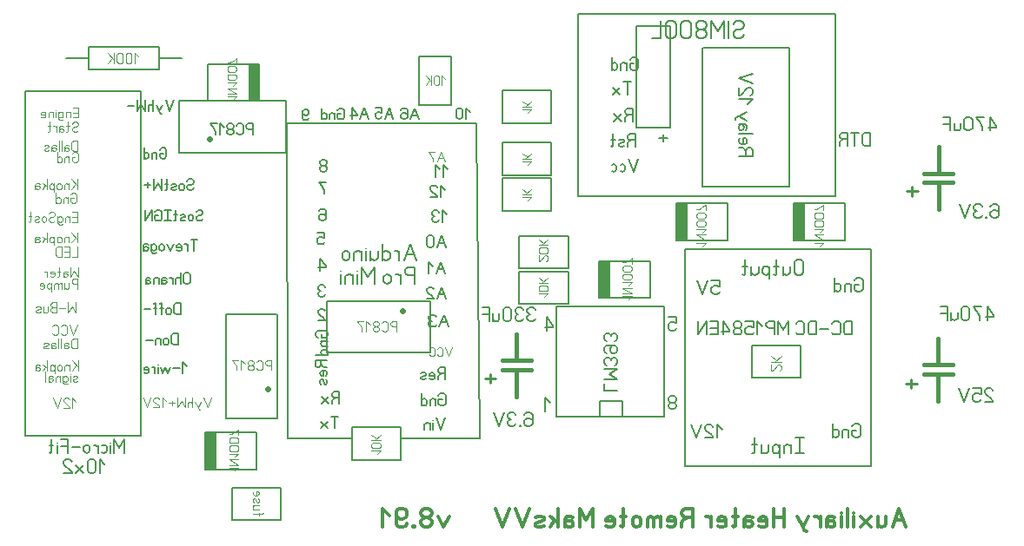
<source format=gbr>
%FSLAX34Y34*%
%MOMM*%
%LNSILK_BOTTOM*%
G71*
G01*
%ADD10C, 0.16*%
%ADD11C, 0.56*%
%ADD12C, 0.13*%
%ADD13C, 0.12*%
%ADD14C, 0.17*%
%ADD15C, 0.14*%
%ADD16C, 0.11*%
%ADD17C, 0.17*%
%ADD18C, 0.20*%
%ADD19C, 0.21*%
%ADD20C, 0.22*%
%ADD21C, 0.19*%
%ADD22C, 0.40*%
%ADD23C, 0.32*%
%ADD24C, 0.10*%
%ADD25C, 0.15*%
%LPD*%
G54D10*
X597418Y-179353D02*
X592751Y-191798D01*
X588084Y-179353D01*
G54D10*
X579996Y-185264D02*
X581863Y-184798D01*
X583729Y-185264D01*
X584663Y-186820D01*
X584663Y-189931D01*
X583729Y-191487D01*
X581863Y-191798D01*
X579996Y-191487D01*
G54D10*
X571907Y-185264D02*
X573774Y-184798D01*
X575640Y-185264D01*
X576574Y-186820D01*
X576574Y-189931D01*
X575640Y-191487D01*
X573774Y-191798D01*
X571907Y-191487D01*
G54D10*
X591215Y-161135D02*
X588415Y-162691D01*
X587482Y-164246D01*
X587482Y-167357D01*
G54D10*
X594948Y-167357D02*
X594948Y-154913D01*
X590282Y-154913D01*
X588415Y-155691D01*
X587482Y-157246D01*
X587482Y-158802D01*
X588415Y-160357D01*
X590282Y-161135D01*
X594948Y-161135D01*
G54D10*
X584060Y-166580D02*
X582193Y-167357D01*
X580326Y-167357D01*
X578460Y-166580D01*
X578460Y-165024D01*
X579393Y-164246D01*
X583126Y-163468D01*
X584060Y-162691D01*
X584060Y-161135D01*
X582193Y-160357D01*
X580326Y-160357D01*
X578460Y-161135D01*
G54D10*
X573171Y-154913D02*
X573171Y-166580D01*
X572238Y-167357D01*
X571304Y-167046D01*
G54D10*
X575038Y-160357D02*
X571304Y-160357D01*
G54D10*
X587084Y-116561D02*
X587084Y-104116D01*
G54D10*
X590817Y-104116D02*
X583350Y-104116D01*
G54D10*
X579928Y-109561D02*
X572461Y-116561D01*
G54D10*
X579928Y-116561D02*
X572461Y-109561D01*
G54D10*
X588373Y-136338D02*
X585573Y-137894D01*
X584640Y-139450D01*
X584640Y-142561D01*
G54D10*
X592106Y-142561D02*
X592106Y-130116D01*
X587440Y-130116D01*
X585573Y-130894D01*
X584640Y-132450D01*
X584640Y-134005D01*
X585573Y-135561D01*
X587440Y-136338D01*
X592106Y-136338D01*
G54D10*
X581218Y-135561D02*
X573751Y-142561D01*
G54D10*
X581218Y-142561D02*
X573751Y-135561D01*
G54D10*
X593290Y-86535D02*
X589557Y-86535D01*
X589557Y-90424D01*
X590490Y-91980D01*
X592357Y-92757D01*
X594224Y-92757D01*
X596090Y-91980D01*
X597024Y-90424D01*
X597024Y-82646D01*
X596090Y-81091D01*
X594224Y-80313D01*
X592357Y-80313D01*
X590490Y-81091D01*
X589557Y-82646D01*
G54D10*
X586134Y-92757D02*
X586134Y-85757D01*
G54D10*
X586134Y-87313D02*
X585201Y-86224D01*
X583334Y-85757D01*
X581468Y-86224D01*
X580534Y-87313D01*
X580534Y-92757D01*
G54D10*
X571512Y-92757D02*
X571512Y-80313D01*
G54D10*
X571512Y-87780D02*
X572446Y-86224D01*
X574312Y-85757D01*
X576179Y-86224D01*
X577112Y-87780D01*
X577112Y-90891D01*
X576179Y-92446D01*
X574312Y-92757D01*
X572446Y-92446D01*
X571512Y-90891D01*
G54D11*
X180140Y-159823D02*
X180140Y-159823D01*
G54D12*
X164495Y-207744D02*
X163695Y-209078D01*
X162095Y-209744D01*
X160495Y-209744D01*
X158895Y-209078D01*
X158095Y-207744D01*
X158095Y-206411D01*
X158895Y-205078D01*
X160495Y-204411D01*
X162095Y-204411D01*
X163695Y-203744D01*
X164495Y-202411D01*
X164495Y-201078D01*
X163695Y-199744D01*
X162095Y-199078D01*
X160495Y-199078D01*
X158895Y-199744D01*
X158095Y-201078D01*
G54D12*
X150362Y-208144D02*
X150362Y-205478D01*
X151162Y-204144D01*
X152762Y-203744D01*
X154362Y-204144D01*
X155162Y-205478D01*
X155162Y-208144D01*
X154362Y-209478D01*
X152762Y-209744D01*
X151162Y-209478D01*
X150362Y-208144D01*
G54D12*
X147429Y-209078D02*
X145829Y-209744D01*
X144229Y-209744D01*
X142629Y-209078D01*
X142629Y-207744D01*
X143429Y-207078D01*
X146629Y-206411D01*
X147429Y-205744D01*
X147429Y-204411D01*
X145829Y-203744D01*
X144229Y-203744D01*
X142629Y-204411D01*
G54D12*
X138096Y-199078D02*
X138096Y-209078D01*
X137296Y-209744D01*
X136496Y-209478D01*
G54D12*
X139696Y-203744D02*
X136496Y-203744D01*
G54D12*
X133563Y-199078D02*
X133563Y-209744D01*
X129563Y-203078D01*
X125563Y-209744D01*
X125563Y-199078D01*
G54D12*
X122630Y-205078D02*
X116230Y-205078D01*
G54D12*
X119430Y-202411D02*
X119430Y-207744D01*
G54D12*
X145330Y-121987D02*
X141330Y-132654D01*
X137330Y-121987D01*
G54D12*
X134397Y-126654D02*
X131197Y-132654D01*
X127997Y-126654D01*
G54D12*
X131197Y-132654D02*
X131997Y-134654D01*
X132797Y-135321D01*
X133597Y-135321D01*
G54D12*
X125064Y-132654D02*
X125064Y-121987D01*
G54D12*
X125064Y-128387D02*
X124264Y-127054D01*
X122664Y-126654D01*
X121064Y-127054D01*
X120264Y-128387D01*
X120264Y-132654D01*
G54D12*
X117331Y-121987D02*
X117331Y-132654D01*
X113331Y-125987D01*
X109331Y-132654D01*
X109331Y-121987D01*
G54D12*
X106398Y-127987D02*
X99998Y-127987D01*
G54D12*
X149354Y-360596D02*
X149354Y-349930D01*
X145354Y-349930D01*
X143754Y-350596D01*
X142954Y-351930D01*
X142954Y-358596D01*
X143754Y-359930D01*
X145354Y-360596D01*
X149354Y-360596D01*
G54D12*
X135221Y-358996D02*
X135221Y-356330D01*
X136021Y-354996D01*
X137621Y-354596D01*
X139221Y-354996D01*
X140021Y-356330D01*
X140021Y-358996D01*
X139221Y-360330D01*
X137621Y-360596D01*
X136021Y-360330D01*
X135221Y-358996D01*
G54D12*
X132288Y-360596D02*
X132288Y-354596D01*
G54D12*
X132288Y-355930D02*
X131488Y-354996D01*
X129888Y-354596D01*
X128288Y-354996D01*
X127488Y-355930D01*
X127488Y-360596D01*
G54D12*
X124555Y-355930D02*
X118155Y-355930D01*
G54D12*
X151876Y-330822D02*
X151876Y-320155D01*
X147876Y-320155D01*
X146276Y-320822D01*
X145476Y-322155D01*
X145476Y-328822D01*
X146276Y-330155D01*
X147876Y-330822D01*
X151876Y-330822D01*
G54D12*
X137743Y-329222D02*
X137743Y-326555D01*
X138543Y-325222D01*
X140143Y-324822D01*
X141743Y-325222D01*
X142543Y-326555D01*
X142543Y-329222D01*
X141743Y-330555D01*
X140143Y-330822D01*
X138543Y-330555D01*
X137743Y-329222D01*
G54D12*
X133210Y-330822D02*
X133210Y-320822D01*
X132410Y-320155D01*
X131610Y-320555D01*
G54D12*
X134810Y-324822D02*
X131610Y-324822D01*
G54D12*
X127077Y-330822D02*
X127077Y-320822D01*
X126277Y-320155D01*
X125477Y-320555D01*
G54D12*
X128677Y-324822D02*
X125477Y-324822D01*
G54D12*
X122544Y-326155D02*
X116144Y-326155D01*
G54D12*
X134742Y-173890D02*
X131542Y-173890D01*
X131542Y-177223D01*
X132342Y-178557D01*
X133942Y-179223D01*
X135542Y-179223D01*
X137142Y-178557D01*
X137942Y-177223D01*
X137942Y-170557D01*
X137142Y-169223D01*
X135542Y-168557D01*
X133942Y-168557D01*
X132342Y-169223D01*
X131542Y-170557D01*
G54D12*
X128609Y-179223D02*
X128609Y-173223D01*
G54D12*
X128609Y-174557D02*
X127809Y-173623D01*
X126209Y-173223D01*
X124609Y-173623D01*
X123809Y-174557D01*
X123809Y-179223D01*
G54D12*
X116076Y-179223D02*
X116076Y-168557D01*
G54D12*
X116076Y-174957D02*
X116876Y-173623D01*
X118476Y-173223D01*
X120076Y-173623D01*
X120876Y-174957D01*
X120876Y-177623D01*
X120076Y-178957D01*
X118476Y-179223D01*
X116876Y-178957D01*
X116076Y-177623D01*
G54D13*
X51585Y-171596D02*
X51585Y-161818D01*
X47918Y-161818D01*
X46451Y-162429D01*
X45718Y-163652D01*
X45718Y-169763D01*
X46451Y-170985D01*
X47918Y-171596D01*
X51585Y-171596D01*
G54D13*
X43029Y-166707D02*
X41562Y-166096D01*
X39802Y-166096D01*
X38629Y-167318D01*
X38629Y-171596D01*
G54D13*
X38629Y-169763D02*
X39362Y-168540D01*
X40829Y-168296D01*
X42295Y-168540D01*
X43029Y-169763D01*
X42735Y-170985D01*
X41562Y-171596D01*
X40829Y-171596D01*
X40535Y-171596D01*
X39362Y-170985D01*
X38629Y-169763D01*
G54D13*
X35940Y-171596D02*
X35940Y-161818D01*
G54D13*
X33251Y-171596D02*
X33251Y-161818D01*
G54D13*
X30562Y-166707D02*
X29095Y-166096D01*
X27335Y-166096D01*
X26162Y-167318D01*
X26162Y-171596D01*
G54D13*
X26162Y-169763D02*
X26895Y-168540D01*
X28362Y-168296D01*
X29828Y-168540D01*
X30562Y-169763D01*
X30268Y-170985D01*
X29095Y-171596D01*
X28362Y-171596D01*
X28068Y-171596D01*
X26895Y-170985D01*
X26162Y-169763D01*
G54D13*
X23473Y-170985D02*
X22006Y-171596D01*
X20539Y-171596D01*
X19073Y-170985D01*
X19073Y-169763D01*
X19806Y-169152D01*
X22739Y-168540D01*
X23473Y-167929D01*
X23473Y-166707D01*
X22006Y-166096D01*
X20539Y-166096D01*
X19073Y-166707D01*
G54D12*
X157926Y-381790D02*
X153926Y-377790D01*
X153926Y-388456D01*
G54D12*
X150993Y-383790D02*
X144593Y-383790D01*
G54D12*
X141660Y-382456D02*
X139260Y-388456D01*
X136860Y-382456D01*
X134460Y-388456D01*
X132860Y-382456D01*
G54D12*
X129927Y-388456D02*
X129927Y-382456D01*
G54D12*
X129927Y-380456D02*
X129927Y-380456D01*
G54D12*
X126994Y-388456D02*
X126994Y-382456D01*
G54D12*
X126994Y-383790D02*
X125394Y-382456D01*
X123794Y-382456D01*
G54D12*
X116061Y-387790D02*
X117341Y-388456D01*
X118941Y-388456D01*
X120541Y-387790D01*
X120861Y-386456D01*
X120861Y-384190D01*
X120061Y-382856D01*
X118461Y-382456D01*
X116861Y-382856D01*
X116061Y-383790D01*
X116061Y-385123D01*
X120861Y-385123D01*
G54D13*
X51087Y-364329D02*
X51087Y-354551D01*
X47420Y-354551D01*
X45954Y-355162D01*
X45220Y-356385D01*
X45220Y-362496D01*
X45954Y-363718D01*
X47420Y-364329D01*
X51087Y-364329D01*
G54D13*
X42531Y-359440D02*
X41064Y-358829D01*
X39304Y-358829D01*
X38131Y-360051D01*
X38131Y-364329D01*
G54D13*
X38131Y-362496D02*
X38864Y-361274D01*
X40331Y-361029D01*
X41798Y-361274D01*
X42531Y-362496D01*
X42238Y-363718D01*
X41064Y-364329D01*
X40331Y-364329D01*
X40038Y-364329D01*
X38864Y-363718D01*
X38131Y-362496D01*
G54D13*
X35442Y-364329D02*
X35442Y-354551D01*
G54D13*
X32753Y-364329D02*
X32753Y-354551D01*
G54D13*
X30064Y-359440D02*
X28597Y-358829D01*
X26837Y-358829D01*
X25664Y-360051D01*
X25664Y-364329D01*
G54D13*
X25664Y-362496D02*
X26397Y-361274D01*
X27864Y-361029D01*
X29331Y-361274D01*
X30064Y-362496D01*
X29771Y-363718D01*
X28597Y-364329D01*
X27864Y-364329D01*
X27571Y-364329D01*
X26397Y-363718D01*
X25664Y-362496D01*
G54D13*
X22975Y-363718D02*
X21508Y-364329D01*
X20042Y-364329D01*
X18575Y-363718D01*
X18575Y-362496D01*
X19308Y-361885D01*
X22242Y-361274D01*
X22975Y-360662D01*
X22975Y-359440D01*
X21508Y-358829D01*
X20042Y-358829D01*
X18575Y-359440D01*
G54D13*
X49905Y-416058D02*
X46239Y-412391D01*
X46239Y-422169D01*
G54D13*
X37683Y-422169D02*
X43549Y-422169D01*
X43549Y-421558D01*
X42816Y-420336D01*
X38416Y-416669D01*
X37683Y-415447D01*
X37683Y-414225D01*
X38416Y-413002D01*
X39883Y-412391D01*
X41349Y-412391D01*
X42816Y-413002D01*
X43549Y-414225D01*
G54D13*
X34993Y-412391D02*
X31327Y-422169D01*
X27660Y-412391D01*
G54D14*
X668741Y-297825D02*
X676741Y-297825D01*
X676741Y-303658D01*
X675741Y-303658D01*
X673741Y-302825D01*
X671741Y-302825D01*
X669741Y-303658D01*
X668741Y-305325D01*
X668741Y-308658D01*
X669741Y-310325D01*
X671741Y-311158D01*
X673741Y-311158D01*
X675741Y-310325D01*
X676741Y-308658D01*
G54D14*
X665074Y-297825D02*
X660074Y-311158D01*
X655074Y-297825D01*
G54D15*
X286464Y-230324D02*
X287330Y-228879D01*
X289064Y-228157D01*
X290797Y-228157D01*
X292530Y-228879D01*
X293397Y-230324D01*
X293397Y-233935D01*
X293397Y-234657D01*
X290797Y-233213D01*
X289064Y-233213D01*
X287330Y-233935D01*
X286464Y-235379D01*
X286464Y-237546D01*
X287330Y-238990D01*
X289064Y-239713D01*
X290797Y-239713D01*
X292530Y-238990D01*
X293397Y-237546D01*
X293397Y-233935D01*
G54D12*
X433497Y-133950D02*
X429497Y-129950D01*
X429497Y-140616D01*
G54D12*
X420164Y-131950D02*
X420164Y-138616D01*
X420964Y-139950D01*
X422564Y-140616D01*
X424164Y-140616D01*
X425764Y-139950D01*
X426564Y-138616D01*
X426564Y-131950D01*
X425764Y-130616D01*
X424164Y-129950D01*
X422564Y-129950D01*
X420964Y-130616D01*
X420164Y-131950D01*
G54D15*
X411736Y-189946D02*
X407402Y-185612D01*
X407402Y-197168D01*
G54D15*
X404225Y-189946D02*
X399892Y-185612D01*
X399892Y-197168D01*
G54D15*
X409487Y-209643D02*
X405154Y-205310D01*
X405154Y-216865D01*
G54D15*
X395043Y-216865D02*
X401976Y-216865D01*
X401976Y-216143D01*
X401109Y-214698D01*
X395909Y-210365D01*
X395043Y-208921D01*
X395043Y-207476D01*
X395909Y-206032D01*
X397643Y-205310D01*
X399376Y-205310D01*
X401109Y-206032D01*
X401976Y-207476D01*
G54D15*
X410820Y-233958D02*
X406486Y-229625D01*
X406486Y-241181D01*
G54D15*
X403309Y-231792D02*
X402442Y-230347D01*
X400709Y-229625D01*
X398975Y-229625D01*
X397242Y-230347D01*
X396375Y-231792D01*
X396375Y-233236D01*
X397242Y-234681D01*
X398975Y-235403D01*
X397242Y-236125D01*
X396375Y-237569D01*
X396375Y-239014D01*
X397242Y-240458D01*
X398975Y-241181D01*
X400709Y-241181D01*
X402442Y-240458D01*
X403309Y-239014D01*
G54D16*
X416128Y-363013D02*
X412795Y-371902D01*
X409462Y-363013D01*
G54D16*
X401684Y-370236D02*
X402351Y-371347D01*
X403684Y-371902D01*
X405017Y-371902D01*
X406351Y-371347D01*
X407017Y-370236D01*
X407017Y-364680D01*
X406351Y-363569D01*
X405017Y-363013D01*
X403684Y-363013D01*
X402351Y-363569D01*
X401684Y-364680D01*
G54D16*
X393907Y-370236D02*
X394574Y-371347D01*
X395907Y-371902D01*
X397240Y-371902D01*
X398574Y-371347D01*
X399240Y-370236D01*
X399240Y-364680D01*
X398574Y-363569D01*
X397240Y-363013D01*
X395907Y-363013D01*
X394574Y-363569D01*
X393907Y-364680D01*
G54D15*
X288568Y-379025D02*
X290013Y-381625D01*
X291457Y-382492D01*
X294346Y-382492D01*
G54D15*
X294346Y-375558D02*
X282791Y-375558D01*
X282791Y-379892D01*
X283513Y-381625D01*
X284957Y-382492D01*
X286402Y-382492D01*
X287846Y-381625D01*
X288568Y-379892D01*
X288568Y-375558D01*
G54D15*
X293624Y-390869D02*
X294346Y-389483D01*
X294346Y-387749D01*
X293624Y-386016D01*
X292179Y-385669D01*
X289724Y-385669D01*
X288279Y-386536D01*
X287846Y-388269D01*
X288279Y-390003D01*
X289291Y-390869D01*
X290735Y-390869D01*
X290735Y-385669D01*
G54D15*
X293624Y-394047D02*
X294346Y-395781D01*
X294346Y-397514D01*
X293624Y-399247D01*
X292179Y-399247D01*
X291457Y-398381D01*
X290735Y-394914D01*
X290013Y-394047D01*
X288568Y-394047D01*
X287846Y-395781D01*
X287846Y-397514D01*
X288568Y-399247D01*
G54D15*
X289186Y-350358D02*
X289186Y-353824D01*
X292797Y-353824D01*
X294241Y-352958D01*
X294963Y-351224D01*
X294963Y-349491D01*
X294241Y-347758D01*
X292797Y-346891D01*
X285574Y-346891D01*
X284130Y-347758D01*
X283408Y-349491D01*
X283408Y-351224D01*
X284130Y-352958D01*
X285574Y-353824D01*
G54D15*
X294963Y-357002D02*
X288463Y-357002D01*
G54D15*
X289908Y-357002D02*
X288897Y-357868D01*
X288463Y-359602D01*
X288897Y-361335D01*
X289908Y-362202D01*
X294963Y-362202D01*
G54D15*
X294963Y-370580D02*
X283408Y-370580D01*
G54D15*
X290341Y-370580D02*
X288897Y-369713D01*
X288463Y-367980D01*
X288897Y-366246D01*
X290341Y-365380D01*
X293230Y-365380D01*
X294674Y-366246D01*
X294963Y-367980D01*
X294674Y-369713D01*
X293230Y-370580D01*
G54D15*
X409647Y-431756D02*
X405314Y-443312D01*
X400980Y-431756D01*
G54D15*
X397802Y-443312D02*
X397802Y-436812D01*
G54D15*
X397802Y-434645D02*
X397802Y-434645D01*
G54D15*
X394624Y-443312D02*
X394624Y-436812D01*
G54D15*
X394624Y-438256D02*
X393757Y-437245D01*
X392024Y-436812D01*
X390291Y-437245D01*
X389424Y-438256D01*
X389424Y-443312D01*
G54D15*
X302812Y-412305D02*
X300212Y-413750D01*
X299345Y-415194D01*
X299345Y-418083D01*
G54D15*
X306279Y-418083D02*
X306279Y-406528D01*
X301945Y-406528D01*
X300212Y-407250D01*
X299345Y-408694D01*
X299345Y-410139D01*
X300212Y-411583D01*
X301945Y-412305D01*
X306279Y-412305D01*
G54D15*
X296168Y-411583D02*
X289234Y-418083D01*
G54D15*
X296168Y-418083D02*
X289234Y-411583D01*
G54D15*
X301605Y-442199D02*
X301605Y-430644D01*
G54D15*
X305072Y-430644D02*
X298139Y-430644D01*
G54D15*
X294961Y-435699D02*
X288028Y-442199D01*
G54D15*
X294961Y-442199D02*
X288028Y-435699D01*
G54D15*
X406402Y-414178D02*
X402935Y-414178D01*
X402935Y-417789D01*
X403802Y-419233D01*
X405535Y-419956D01*
X407268Y-419956D01*
X409002Y-419233D01*
X409868Y-417789D01*
X409868Y-410567D01*
X409002Y-409122D01*
X407268Y-408400D01*
X405535Y-408400D01*
X403802Y-409122D01*
X402935Y-410567D01*
G54D15*
X399757Y-419956D02*
X399757Y-413456D01*
G54D15*
X399757Y-414900D02*
X398891Y-413889D01*
X397157Y-413456D01*
X395424Y-413889D01*
X394557Y-414900D01*
X394557Y-419956D01*
G54D15*
X386179Y-419956D02*
X386179Y-408400D01*
G54D15*
X386179Y-415333D02*
X387046Y-413889D01*
X388779Y-413456D01*
X390513Y-413889D01*
X391379Y-415333D01*
X391379Y-418222D01*
X390513Y-419667D01*
X388779Y-419956D01*
X387046Y-419667D01*
X386179Y-418222D01*
G54D15*
X293758Y-201878D02*
X286825Y-201878D01*
X287692Y-203322D01*
X289425Y-205489D01*
X291158Y-208378D01*
X292025Y-210544D01*
X292025Y-213433D01*
G54D15*
X291797Y-185935D02*
X290064Y-185935D01*
X288331Y-185213D01*
X287464Y-183768D01*
X287464Y-182324D01*
X288331Y-180879D01*
X290064Y-180157D01*
X291797Y-180157D01*
X293531Y-180879D01*
X294397Y-182324D01*
X294397Y-183768D01*
X293531Y-185213D01*
X291797Y-185935D01*
X293531Y-186657D01*
X294397Y-188102D01*
X294397Y-189546D01*
X293531Y-190990D01*
X291797Y-191713D01*
X290064Y-191713D01*
X288331Y-190990D01*
X287464Y-189546D01*
X287464Y-188102D01*
X288331Y-186657D01*
X290064Y-185935D01*
G54D12*
X276739Y-139670D02*
X275939Y-141004D01*
X274339Y-141670D01*
X272739Y-141670D01*
X271139Y-141004D01*
X270339Y-139670D01*
X270339Y-136337D01*
X270339Y-135670D01*
X272739Y-137004D01*
X274339Y-137004D01*
X275939Y-136337D01*
X276739Y-135004D01*
X276739Y-133004D01*
X275939Y-131670D01*
X274339Y-131004D01*
X272739Y-131004D01*
X271139Y-131670D01*
X270339Y-133004D01*
X270339Y-136337D01*
G54D15*
X406008Y-388715D02*
X403408Y-390159D01*
X402542Y-391604D01*
X402542Y-394493D01*
G54D15*
X409475Y-394493D02*
X409475Y-382937D01*
X405142Y-382937D01*
X403408Y-383659D01*
X402542Y-385104D01*
X402542Y-386548D01*
X403408Y-387993D01*
X405142Y-388715D01*
X409475Y-388715D01*
G54D15*
X394164Y-393770D02*
X395551Y-394493D01*
X397284Y-394493D01*
X399017Y-393770D01*
X399364Y-392326D01*
X399364Y-389870D01*
X398497Y-388426D01*
X396764Y-387993D01*
X395031Y-388426D01*
X394164Y-389437D01*
X394164Y-390882D01*
X399364Y-390882D01*
G54D15*
X390986Y-393770D02*
X389253Y-394493D01*
X387519Y-394493D01*
X385786Y-393770D01*
X385786Y-392326D01*
X386653Y-391604D01*
X390119Y-390882D01*
X390986Y-390159D01*
X390986Y-388715D01*
X389253Y-387993D01*
X387519Y-387993D01*
X385786Y-388715D01*
G54D15*
X285530Y-337202D02*
X292463Y-337202D01*
X292463Y-336480D01*
X291596Y-335035D01*
X286396Y-330702D01*
X285530Y-329257D01*
X285530Y-327813D01*
X286396Y-326368D01*
X288130Y-325646D01*
X289863Y-325646D01*
X291596Y-326368D01*
X292463Y-327813D01*
G54D15*
X412435Y-343165D02*
X408102Y-331609D01*
X403768Y-343165D01*
G54D15*
X410702Y-338831D02*
X405502Y-338831D01*
G54D15*
X400590Y-333776D02*
X399723Y-332331D01*
X397990Y-331609D01*
X396257Y-331609D01*
X394523Y-332331D01*
X393657Y-333776D01*
X393657Y-335220D01*
X394523Y-336665D01*
X396257Y-337387D01*
X394523Y-338109D01*
X393657Y-339554D01*
X393657Y-340998D01*
X394523Y-342442D01*
X396257Y-343165D01*
X397990Y-343165D01*
X399723Y-342442D01*
X400590Y-340998D01*
G54D15*
X292484Y-304589D02*
X291617Y-303145D01*
X289884Y-302422D01*
X288150Y-302422D01*
X286417Y-303145D01*
X285550Y-304589D01*
X285550Y-306034D01*
X286417Y-307478D01*
X288150Y-308200D01*
X286417Y-308922D01*
X285550Y-310367D01*
X285550Y-311811D01*
X286417Y-313256D01*
X288150Y-313978D01*
X289884Y-313978D01*
X291617Y-313256D01*
X292484Y-311811D01*
G54D15*
X410525Y-316012D02*
X406191Y-304457D01*
X401858Y-316012D01*
G54D15*
X408791Y-311679D02*
X403591Y-311679D01*
G54D15*
X391746Y-316012D02*
X398680Y-316012D01*
X398680Y-315290D01*
X397813Y-313846D01*
X392613Y-309512D01*
X391746Y-308068D01*
X391746Y-306624D01*
X392613Y-305179D01*
X394346Y-304457D01*
X396080Y-304457D01*
X397813Y-305179D01*
X398680Y-306624D01*
G54D15*
X287802Y-288246D02*
X287802Y-276691D01*
X293002Y-283913D01*
X293002Y-285358D01*
X286069Y-285358D01*
G54D15*
X409636Y-291340D02*
X405302Y-279785D01*
X400969Y-291340D01*
G54D15*
X407902Y-287007D02*
X402702Y-287007D01*
G54D15*
X397791Y-284118D02*
X393457Y-279785D01*
X393457Y-291340D01*
G54D15*
X285164Y-251157D02*
X292097Y-251157D01*
X292097Y-256213D01*
X291230Y-256213D01*
X289497Y-255490D01*
X287764Y-255490D01*
X286030Y-256213D01*
X285164Y-257657D01*
X285164Y-260546D01*
X286030Y-261990D01*
X287764Y-262713D01*
X289497Y-262713D01*
X291230Y-261990D01*
X292097Y-260546D01*
G54D15*
X410343Y-265759D02*
X406010Y-254203D01*
X401677Y-265759D01*
G54D15*
X408610Y-261425D02*
X403410Y-261425D01*
G54D15*
X391565Y-256370D02*
X391565Y-263592D01*
X392432Y-265036D01*
X394165Y-265759D01*
X395898Y-265759D01*
X397632Y-265036D01*
X398498Y-263592D01*
X398498Y-256370D01*
X397632Y-254925D01*
X395898Y-254203D01*
X394165Y-254203D01*
X392432Y-254925D01*
X391565Y-256370D01*
G54D12*
X154934Y-292697D02*
X154934Y-299363D01*
X155734Y-300697D01*
X157334Y-301363D01*
X158934Y-301363D01*
X160534Y-300697D01*
X161334Y-299363D01*
X161334Y-292697D01*
X160534Y-291363D01*
X158934Y-290697D01*
X157334Y-290697D01*
X155734Y-291363D01*
X154934Y-292697D01*
G54D12*
X152001Y-301363D02*
X152001Y-290697D01*
G54D12*
X152001Y-297097D02*
X151201Y-295763D01*
X149601Y-295363D01*
X148001Y-295763D01*
X147201Y-297097D01*
X147201Y-301363D01*
G54D12*
X144268Y-301363D02*
X144268Y-295363D01*
G54D12*
X144268Y-296697D02*
X142668Y-295363D01*
X141068Y-295363D01*
G54D12*
X138135Y-296030D02*
X136535Y-295363D01*
X134615Y-295363D01*
X133335Y-296697D01*
X133335Y-301363D01*
G54D12*
X133335Y-299363D02*
X134135Y-298030D01*
X135735Y-297763D01*
X137335Y-298030D01*
X138135Y-299363D01*
X137815Y-300697D01*
X136535Y-301363D01*
X135735Y-301363D01*
X135415Y-301363D01*
X134135Y-300697D01*
X133335Y-299363D01*
G54D12*
X130402Y-301363D02*
X130402Y-295363D01*
G54D12*
X130402Y-296697D02*
X129602Y-295763D01*
X128002Y-295363D01*
X126402Y-295763D01*
X125602Y-296697D01*
X125602Y-301363D01*
G54D12*
X122669Y-296030D02*
X121069Y-295363D01*
X119149Y-295363D01*
X117869Y-296697D01*
X117869Y-301363D01*
G54D12*
X117869Y-299363D02*
X118669Y-298030D01*
X120269Y-297763D01*
X121869Y-298030D01*
X122669Y-299363D01*
X122349Y-300697D01*
X121069Y-301363D01*
X120269Y-301363D01*
X119949Y-301363D01*
X118669Y-300697D01*
X117869Y-299363D01*
G54D12*
X165041Y-268773D02*
X165041Y-258107D01*
G54D12*
X168241Y-258107D02*
X161841Y-258107D01*
G54D12*
X158908Y-268773D02*
X158908Y-262773D01*
G54D12*
X158908Y-264107D02*
X157308Y-262773D01*
X155708Y-262773D01*
G54D12*
X147975Y-268107D02*
X149255Y-268773D01*
X150855Y-268773D01*
X152455Y-268107D01*
X152775Y-266773D01*
X152775Y-264507D01*
X151975Y-263173D01*
X150375Y-262773D01*
X148775Y-263173D01*
X147975Y-264107D01*
X147975Y-265440D01*
X152775Y-265440D01*
G54D12*
X145042Y-262773D02*
X141842Y-268773D01*
X138642Y-262773D01*
G54D12*
X130909Y-267173D02*
X130909Y-264507D01*
X131709Y-263173D01*
X133309Y-262773D01*
X134909Y-263173D01*
X135709Y-264507D01*
X135709Y-267173D01*
X134909Y-268507D01*
X133309Y-268773D01*
X131709Y-268507D01*
X130909Y-267173D01*
G54D12*
X127976Y-270773D02*
X126376Y-271440D01*
X125256Y-271440D01*
X123656Y-270773D01*
X123176Y-269440D01*
X123176Y-262773D01*
G54D12*
X123176Y-264507D02*
X123976Y-263173D01*
X125576Y-262773D01*
X127176Y-263173D01*
X127976Y-264507D01*
X127976Y-267173D01*
X127176Y-268507D01*
X125576Y-268773D01*
X123976Y-268507D01*
X123176Y-267173D01*
G54D12*
X120243Y-263440D02*
X118643Y-262773D01*
X116723Y-262773D01*
X115443Y-264107D01*
X115443Y-268773D01*
G54D12*
X115443Y-266773D02*
X116243Y-265440D01*
X117843Y-265173D01*
X119443Y-265440D01*
X120243Y-266773D01*
X119923Y-268107D01*
X118643Y-268773D01*
X117843Y-268773D01*
X117523Y-268773D01*
X116243Y-268107D01*
X115443Y-266773D01*
G54D12*
X173426Y-237782D02*
X172626Y-239116D01*
X171026Y-239782D01*
X169426Y-239782D01*
X167826Y-239116D01*
X167026Y-237782D01*
X167026Y-236449D01*
X167826Y-235116D01*
X169426Y-234449D01*
X171026Y-234449D01*
X172626Y-233782D01*
X173426Y-232449D01*
X173426Y-231116D01*
X172626Y-229782D01*
X171026Y-229116D01*
X169426Y-229116D01*
X167826Y-229782D01*
X167026Y-231116D01*
G54D12*
X159294Y-238182D02*
X159294Y-235516D01*
X160094Y-234182D01*
X161694Y-233782D01*
X163294Y-234182D01*
X164094Y-235516D01*
X164094Y-238182D01*
X163294Y-239516D01*
X161694Y-239782D01*
X160094Y-239516D01*
X159294Y-238182D01*
G54D12*
X156360Y-239116D02*
X154760Y-239782D01*
X153160Y-239782D01*
X151560Y-239116D01*
X151560Y-237782D01*
X152360Y-237116D01*
X155560Y-236449D01*
X156360Y-235782D01*
X156360Y-234449D01*
X154760Y-233782D01*
X153160Y-233782D01*
X151560Y-234449D01*
G54D12*
X147028Y-229116D02*
X147028Y-239116D01*
X146228Y-239782D01*
X145428Y-239516D01*
G54D12*
X148628Y-233782D02*
X145428Y-233782D01*
G54D12*
X142494Y-239782D02*
X136094Y-239782D01*
G54D12*
X139294Y-239782D02*
X139294Y-229116D01*
G54D12*
X142494Y-229116D02*
X136094Y-229116D01*
G54D12*
X129962Y-234449D02*
X126762Y-234449D01*
X126762Y-237782D01*
X127562Y-239116D01*
X129162Y-239782D01*
X130762Y-239782D01*
X132362Y-239116D01*
X133162Y-237782D01*
X133162Y-231116D01*
X132362Y-229782D01*
X130762Y-229116D01*
X129162Y-229116D01*
X127562Y-229782D01*
X126762Y-231116D01*
G54D12*
X123828Y-239782D02*
X123828Y-229116D01*
X117428Y-239782D01*
X117428Y-229116D01*
G54D13*
X46290Y-240944D02*
X51423Y-240944D01*
X51423Y-231166D01*
X46290Y-231166D01*
G54D13*
X51423Y-236055D02*
X46290Y-236055D01*
G54D13*
X43601Y-240944D02*
X43601Y-235444D01*
G54D13*
X43601Y-236666D02*
X42868Y-235811D01*
X41401Y-235444D01*
X39934Y-235811D01*
X39201Y-236666D01*
X39201Y-240944D01*
G54D13*
X36512Y-242777D02*
X35045Y-243388D01*
X34019Y-243388D01*
X32552Y-242777D01*
X32112Y-241555D01*
X32112Y-235444D01*
G54D13*
X32112Y-237033D02*
X32845Y-235811D01*
X34312Y-235444D01*
X35779Y-235811D01*
X36512Y-237033D01*
X36512Y-239477D01*
X35779Y-240700D01*
X34312Y-240944D01*
X32845Y-240700D01*
X32112Y-239477D01*
G54D13*
X29423Y-239111D02*
X28690Y-240333D01*
X27223Y-240944D01*
X25756Y-240944D01*
X24290Y-240333D01*
X23556Y-239111D01*
X23556Y-237888D01*
X24290Y-236666D01*
X25756Y-236055D01*
X27223Y-236055D01*
X28690Y-235444D01*
X29423Y-234222D01*
X29423Y-233000D01*
X28690Y-231777D01*
X27223Y-231166D01*
X25756Y-231166D01*
X24290Y-231777D01*
X23556Y-233000D01*
G54D13*
X16467Y-239477D02*
X16467Y-237033D01*
X17200Y-235811D01*
X18667Y-235444D01*
X20134Y-235811D01*
X20867Y-237033D01*
X20867Y-239477D01*
X20134Y-240700D01*
X18667Y-240944D01*
X17200Y-240700D01*
X16467Y-239477D01*
G54D13*
X13778Y-240333D02*
X12311Y-240944D01*
X10845Y-240944D01*
X9378Y-240333D01*
X9378Y-239111D01*
X10111Y-238500D01*
X13045Y-237888D01*
X13778Y-237277D01*
X13778Y-236055D01*
X12311Y-235444D01*
X10845Y-235444D01*
X9378Y-236055D01*
G54D13*
X5222Y-231166D02*
X5222Y-240333D01*
X4489Y-240944D01*
X3756Y-240700D01*
G54D13*
X6689Y-235444D02*
X3756Y-235444D01*
G54D17*
X679167Y-443190D02*
X674167Y-438190D01*
X674167Y-451524D01*
G54D17*
X662467Y-451524D02*
X670467Y-451524D01*
X670467Y-450690D01*
X669467Y-449024D01*
X663467Y-444024D01*
X662467Y-442357D01*
X662467Y-440690D01*
X663467Y-439024D01*
X665467Y-438190D01*
X667467Y-438190D01*
X669467Y-439024D01*
X670467Y-440690D01*
G54D17*
X658767Y-438190D02*
X653767Y-451524D01*
X648767Y-438190D01*
G54D17*
X511854Y-417223D02*
X506854Y-412223D01*
X506854Y-425556D01*
G54D17*
X508512Y-346610D02*
X508512Y-333276D01*
X514512Y-341610D01*
X514512Y-343276D01*
X506512Y-343276D01*
G54D17*
X626856Y-333827D02*
X634856Y-333827D01*
X634856Y-339661D01*
X633856Y-339661D01*
X631856Y-338827D01*
X629856Y-338827D01*
X627856Y-339661D01*
X626856Y-341327D01*
X626856Y-344661D01*
X627856Y-346327D01*
X629856Y-347161D01*
X631856Y-347161D01*
X633856Y-346327D01*
X634856Y-344661D01*
G54D17*
X631807Y-416921D02*
X629807Y-416921D01*
X627807Y-416088D01*
X626807Y-414421D01*
X626807Y-412754D01*
X627807Y-411088D01*
X629807Y-410254D01*
X631807Y-410254D01*
X633807Y-411088D01*
X634807Y-412754D01*
X634807Y-414421D01*
X633807Y-416088D01*
X631807Y-416921D01*
X633807Y-417754D01*
X634807Y-419421D01*
X634807Y-421088D01*
X633807Y-422754D01*
X631807Y-423588D01*
X629807Y-423588D01*
X627807Y-422754D01*
X626807Y-421088D01*
X626807Y-419421D01*
X627807Y-417754D01*
X629807Y-416921D01*
G54D13*
X46934Y-139037D02*
X52067Y-139037D01*
X52067Y-129259D01*
X46934Y-129259D01*
G54D13*
X52067Y-134148D02*
X46934Y-134148D01*
G54D13*
X44245Y-139037D02*
X44245Y-133537D01*
G54D13*
X44245Y-134759D02*
X43512Y-133904D01*
X42045Y-133537D01*
X40579Y-133904D01*
X39845Y-134759D01*
X39845Y-139037D01*
G54D13*
X37156Y-140870D02*
X35690Y-141481D01*
X34663Y-141481D01*
X33196Y-140870D01*
X32756Y-139648D01*
X32756Y-133537D01*
G54D13*
X32756Y-135126D02*
X33490Y-133904D01*
X34956Y-133537D01*
X36423Y-133904D01*
X37156Y-135126D01*
X37156Y-137570D01*
X36423Y-138793D01*
X34956Y-139037D01*
X33490Y-138793D01*
X32756Y-137570D01*
G54D13*
X30067Y-139037D02*
X30067Y-133537D01*
G54D13*
X30067Y-131704D02*
X30067Y-131704D01*
G54D13*
X27378Y-139037D02*
X27378Y-133537D01*
G54D13*
X27378Y-134759D02*
X26645Y-133904D01*
X25178Y-133537D01*
X23712Y-133904D01*
X22978Y-134759D01*
X22978Y-139037D01*
G54D13*
X15889Y-138426D02*
X17063Y-139037D01*
X18529Y-139037D01*
X19996Y-138426D01*
X20289Y-137204D01*
X20289Y-135126D01*
X19556Y-133904D01*
X18089Y-133537D01*
X16623Y-133904D01*
X15889Y-134759D01*
X15889Y-135981D01*
X20289Y-135981D01*
G54D13*
X49484Y-319435D02*
X49484Y-329213D01*
X45817Y-323102D01*
X42150Y-329213D01*
X42150Y-319435D01*
G54D13*
X39462Y-324935D02*
X33595Y-324935D01*
G54D13*
X30906Y-329213D02*
X30906Y-319435D01*
X27239Y-319435D01*
X25772Y-320046D01*
X25039Y-321268D01*
X25039Y-322490D01*
X25772Y-323713D01*
X27239Y-324324D01*
X25772Y-324935D01*
X25039Y-326157D01*
X25039Y-327379D01*
X25772Y-328602D01*
X27239Y-329213D01*
X30906Y-329213D01*
G54D13*
X30906Y-324324D02*
X27239Y-324324D01*
G54D13*
X17950Y-323713D02*
X17950Y-329213D01*
G54D13*
X17950Y-327990D02*
X18683Y-328968D01*
X20150Y-329213D01*
X21616Y-328968D01*
X22350Y-327990D01*
X22350Y-323713D01*
G54D13*
X15260Y-328602D02*
X13794Y-329213D01*
X12327Y-329213D01*
X10860Y-328602D01*
X10860Y-327379D01*
X11594Y-326768D01*
X14527Y-326157D01*
X15260Y-325546D01*
X15260Y-324324D01*
X13794Y-323713D01*
X12327Y-323713D01*
X10860Y-324324D01*
G54D13*
X181745Y-412143D02*
X178078Y-421920D01*
X174411Y-412143D01*
G54D13*
X171723Y-416420D02*
X168789Y-421920D01*
X165856Y-416420D01*
G54D13*
X168789Y-421920D02*
X169523Y-423754D01*
X170256Y-424365D01*
X170989Y-424365D01*
G54D13*
X163167Y-421920D02*
X163167Y-412143D01*
G54D13*
X163167Y-418009D02*
X162433Y-416787D01*
X160967Y-416420D01*
X159500Y-416787D01*
X158767Y-418009D01*
X158767Y-421920D01*
G54D13*
X156078Y-412143D02*
X156078Y-421920D01*
X152411Y-415809D01*
X148744Y-421920D01*
X148744Y-412143D01*
G54D13*
X146056Y-417643D02*
X140189Y-417643D01*
G54D13*
X143122Y-415198D02*
X143122Y-420087D01*
G54D13*
X137500Y-415809D02*
X133833Y-412143D01*
X133833Y-421920D01*
G54D13*
X125277Y-421920D02*
X131144Y-421920D01*
X131144Y-421309D01*
X130410Y-420087D01*
X126010Y-416420D01*
X125277Y-415198D01*
X125277Y-413976D01*
X126010Y-412754D01*
X127477Y-412143D01*
X128944Y-412143D01*
X130410Y-412754D01*
X131144Y-413976D01*
G54D13*
X122588Y-412143D02*
X118921Y-421920D01*
X115254Y-412143D01*
G54D11*
X236734Y-403505D02*
X236734Y-403505D01*
G54D18*
X150058Y-123716D02*
X150058Y-173424D01*
X254508Y-173424D01*
X254508Y-122960D01*
X150185Y-122960D01*
G54D12*
X222161Y-155744D02*
X222161Y-145077D01*
X218161Y-145077D01*
X216561Y-145744D01*
X215761Y-147077D01*
X215761Y-148411D01*
X216561Y-149744D01*
X218161Y-150411D01*
X222161Y-150411D01*
G54D12*
X206428Y-153744D02*
X207228Y-155077D01*
X208828Y-155744D01*
X210428Y-155744D01*
X212028Y-155077D01*
X212828Y-153744D01*
X212828Y-147077D01*
X212028Y-145744D01*
X210428Y-145077D01*
X208828Y-145077D01*
X207228Y-145744D01*
X206428Y-147077D01*
G54D12*
X199495Y-150411D02*
X201095Y-150411D01*
X202695Y-149744D01*
X203495Y-148411D01*
X203495Y-147077D01*
X202695Y-145744D01*
X201095Y-145077D01*
X199495Y-145077D01*
X197895Y-145744D01*
X197095Y-147077D01*
X197095Y-148411D01*
X197895Y-149744D01*
X199495Y-150411D01*
X197895Y-151077D01*
X197095Y-152411D01*
X197095Y-153744D01*
X197895Y-155077D01*
X199495Y-155744D01*
X201095Y-155744D01*
X202695Y-155077D01*
X203495Y-153744D01*
X203495Y-152411D01*
X202695Y-151077D01*
X201095Y-150411D01*
G54D12*
X194162Y-149077D02*
X190162Y-145077D01*
X190162Y-155744D01*
G54D12*
X187229Y-145077D02*
X180829Y-145077D01*
X181629Y-146411D01*
X183229Y-148411D01*
X184829Y-151077D01*
X185629Y-153077D01*
X185629Y-155744D01*
G54D13*
X240018Y-385508D02*
X240018Y-375730D01*
X236352Y-375730D01*
X234885Y-376341D01*
X234152Y-377564D01*
X234152Y-378786D01*
X234885Y-380008D01*
X236352Y-380619D01*
X240018Y-380619D01*
G54D13*
X225596Y-383675D02*
X226329Y-384897D01*
X227796Y-385508D01*
X229262Y-385508D01*
X230729Y-384897D01*
X231462Y-383675D01*
X231462Y-377564D01*
X230729Y-376341D01*
X229262Y-375730D01*
X227796Y-375730D01*
X226329Y-376341D01*
X225596Y-377564D01*
G54D13*
X219240Y-380619D02*
X220706Y-380619D01*
X222173Y-380008D01*
X222906Y-378786D01*
X222906Y-377564D01*
X222173Y-376341D01*
X220706Y-375730D01*
X219240Y-375730D01*
X217773Y-376341D01*
X217040Y-377564D01*
X217040Y-378786D01*
X217773Y-380008D01*
X219240Y-380619D01*
X217773Y-381230D01*
X217040Y-382452D01*
X217040Y-383675D01*
X217773Y-384897D01*
X219240Y-385508D01*
X220706Y-385508D01*
X222173Y-384897D01*
X222906Y-383675D01*
X222906Y-382452D01*
X222173Y-381230D01*
X220706Y-380619D01*
G54D13*
X214350Y-379397D02*
X210684Y-375730D01*
X210684Y-385508D01*
G54D13*
X207994Y-375730D02*
X202128Y-375730D01*
X202861Y-376952D01*
X204328Y-378786D01*
X205794Y-381230D01*
X206528Y-383064D01*
X206528Y-385508D01*
G54D18*
X517636Y-323881D02*
X517636Y-431164D01*
X622736Y-431164D01*
X622736Y-323564D01*
X517839Y-323564D01*
G54D17*
X577341Y-405292D02*
X564008Y-405292D01*
X564008Y-398292D01*
G54D17*
X564008Y-394592D02*
X577341Y-394592D01*
X569008Y-389592D01*
X577341Y-384592D01*
X564008Y-384592D01*
G54D17*
X574841Y-380892D02*
X576508Y-379892D01*
X577341Y-377892D01*
X577341Y-375892D01*
X576508Y-373892D01*
X574841Y-372892D01*
X573174Y-372892D01*
X571508Y-373892D01*
X570674Y-375892D01*
X569841Y-373892D01*
X568174Y-372892D01*
X566508Y-372892D01*
X564841Y-373892D01*
X564008Y-375892D01*
X564008Y-377892D01*
X564841Y-379892D01*
X566508Y-380892D01*
G54D17*
X566508Y-369192D02*
X564841Y-368192D01*
X564008Y-366192D01*
X564008Y-364192D01*
X564841Y-362192D01*
X566508Y-361192D01*
X570674Y-361192D01*
X571508Y-361192D01*
X569841Y-364192D01*
X569841Y-366192D01*
X570674Y-368192D01*
X572341Y-369192D01*
X574841Y-369192D01*
X576508Y-368192D01*
X577341Y-366192D01*
X577341Y-364192D01*
X576508Y-362192D01*
X574841Y-361192D01*
X570674Y-361192D01*
G54D17*
X574841Y-357492D02*
X576508Y-356492D01*
X577341Y-354492D01*
X577341Y-352492D01*
X576508Y-350492D01*
X574841Y-349492D01*
X573175Y-349492D01*
X571508Y-350492D01*
X570674Y-352492D01*
X569841Y-350492D01*
X568174Y-349492D01*
X566508Y-349492D01*
X564841Y-350492D01*
X564008Y-352492D01*
X564008Y-354492D01*
X564841Y-356492D01*
X566508Y-357492D01*
G54D18*
X538499Y-37708D02*
X538499Y-215874D01*
X789218Y-215874D01*
X789218Y-37724D01*
X538514Y-37724D01*
G54D19*
X700441Y-58314D02*
X699174Y-60425D01*
X696641Y-61481D01*
X694108Y-61481D01*
X691574Y-60425D01*
X690308Y-58314D01*
X690308Y-56203D01*
X691574Y-54092D01*
X694108Y-53036D01*
X696641Y-53036D01*
X699174Y-51981D01*
X700441Y-49870D01*
X700441Y-47758D01*
X699174Y-45647D01*
X696641Y-44592D01*
X694108Y-44592D01*
X691574Y-45647D01*
X690308Y-47758D01*
G54D19*
X685741Y-61481D02*
X685741Y-44592D01*
G54D19*
X681141Y-61481D02*
X681141Y-44592D01*
X674808Y-55147D01*
X668474Y-44592D01*
X668474Y-61481D01*
G54D19*
X657508Y-53036D02*
X660041Y-53036D01*
X662574Y-51981D01*
X663841Y-49870D01*
X663841Y-47758D01*
X662574Y-45647D01*
X660041Y-44592D01*
X657508Y-44592D01*
X654974Y-45647D01*
X653708Y-47758D01*
X653708Y-49870D01*
X654974Y-51981D01*
X657508Y-53036D01*
X654974Y-54092D01*
X653708Y-56203D01*
X653708Y-58314D01*
X654974Y-60425D01*
X657508Y-61481D01*
X660041Y-61481D01*
X662574Y-60425D01*
X663841Y-58314D01*
X663841Y-56203D01*
X662574Y-54092D01*
X660041Y-53036D01*
G54D19*
X639008Y-47758D02*
X639008Y-58314D01*
X640274Y-60425D01*
X642808Y-61481D01*
X645341Y-61481D01*
X647874Y-60425D01*
X649141Y-58314D01*
X649141Y-47758D01*
X647874Y-45647D01*
X645341Y-44592D01*
X642808Y-44592D01*
X640274Y-45647D01*
X639008Y-47758D01*
G54D19*
X624308Y-47758D02*
X624308Y-58314D01*
X625574Y-60425D01*
X628108Y-61481D01*
X630641Y-61481D01*
X633174Y-60425D01*
X634441Y-58314D01*
X634441Y-47758D01*
X633174Y-45647D01*
X630641Y-44592D01*
X628108Y-44592D01*
X625574Y-45647D01*
X624308Y-47758D01*
G54D19*
X619741Y-44592D02*
X619741Y-61481D01*
X610874Y-61481D01*
G54D17*
X940367Y-151836D02*
X940367Y-138503D01*
X946367Y-146836D01*
X946367Y-148503D01*
X938367Y-148503D01*
G54D17*
X934667Y-138503D02*
X926667Y-138503D01*
X927667Y-140169D01*
X929667Y-142669D01*
X931667Y-146003D01*
X932667Y-148503D01*
X932667Y-151836D01*
G54D17*
X914967Y-141003D02*
X914967Y-149336D01*
X915967Y-151003D01*
X917967Y-151836D01*
X919967Y-151836D01*
X921967Y-151003D01*
X922967Y-149336D01*
X922967Y-141003D01*
X921967Y-139336D01*
X919967Y-138503D01*
X917967Y-138503D01*
X915967Y-139336D01*
X914967Y-141003D01*
G54D17*
X905267Y-144336D02*
X905267Y-151836D01*
G54D17*
X905267Y-150169D02*
X906267Y-151503D01*
X908267Y-151836D01*
X910267Y-151503D01*
X911267Y-150169D01*
X911267Y-144336D01*
G54D17*
X901567Y-151836D02*
X901567Y-138503D01*
X894567Y-138503D01*
G54D17*
X901567Y-145169D02*
X894567Y-145169D01*
G54D18*
X643276Y-267164D02*
X643276Y-478926D01*
X824076Y-478926D01*
X824076Y-267193D01*
X643108Y-267193D01*
G54D14*
X806010Y-350827D02*
X806010Y-337493D01*
X801010Y-337493D01*
X799010Y-338327D01*
X798010Y-339993D01*
X798010Y-348327D01*
X799010Y-349993D01*
X801010Y-350827D01*
X806010Y-350827D01*
G54D14*
X786343Y-348327D02*
X787343Y-349993D01*
X789343Y-350827D01*
X791343Y-350827D01*
X793343Y-349993D01*
X794343Y-348327D01*
X794343Y-339993D01*
X793343Y-338327D01*
X791343Y-337493D01*
X789343Y-337493D01*
X787343Y-338327D01*
X786343Y-339993D01*
G54D14*
X782676Y-344993D02*
X774676Y-344993D01*
G54D14*
X771009Y-350827D02*
X771009Y-337493D01*
X766009Y-337493D01*
X764009Y-338327D01*
X763009Y-339993D01*
X763009Y-348327D01*
X764009Y-349993D01*
X766009Y-350827D01*
X771009Y-350827D01*
G54D14*
X751342Y-348327D02*
X752342Y-349993D01*
X754342Y-350827D01*
X756342Y-350827D01*
X758342Y-349993D01*
X759342Y-348327D01*
X759342Y-339993D01*
X758342Y-338327D01*
X756342Y-337493D01*
X754342Y-337493D01*
X752342Y-338327D01*
X751342Y-339993D01*
G54D14*
X743808Y-350827D02*
X743808Y-337493D01*
X738808Y-345827D01*
X733808Y-337493D01*
X733808Y-350827D01*
G54D14*
X730141Y-350827D02*
X730141Y-337493D01*
X725141Y-337493D01*
X723141Y-338327D01*
X722141Y-339993D01*
X722141Y-341660D01*
X723141Y-343327D01*
X725141Y-344160D01*
X730141Y-344160D01*
G54D14*
X718474Y-342493D02*
X713474Y-337493D01*
X713474Y-350827D01*
G54D14*
X701807Y-337493D02*
X709807Y-337493D01*
X709807Y-343327D01*
X708807Y-343327D01*
X706807Y-342493D01*
X704807Y-342493D01*
X702807Y-343327D01*
X701807Y-344993D01*
X701807Y-348327D01*
X702807Y-349993D01*
X704807Y-350827D01*
X706807Y-350827D01*
X708807Y-349993D01*
X709807Y-348327D01*
G54D14*
X693140Y-344160D02*
X695140Y-344160D01*
X697140Y-343327D01*
X698140Y-341660D01*
X698140Y-339993D01*
X697140Y-338327D01*
X695140Y-337493D01*
X693140Y-337493D01*
X691140Y-338327D01*
X690140Y-339993D01*
X690140Y-341660D01*
X691140Y-343327D01*
X693140Y-344160D01*
X691140Y-344993D01*
X690140Y-346660D01*
X690140Y-348327D01*
X691140Y-349993D01*
X693140Y-350827D01*
X695140Y-350827D01*
X697140Y-349993D01*
X698140Y-348327D01*
X698140Y-346660D01*
X697140Y-344993D01*
X695140Y-344160D01*
G54D14*
X680473Y-350827D02*
X680473Y-337493D01*
X686473Y-345827D01*
X686473Y-347493D01*
X678473Y-347493D01*
G54D14*
X667806Y-350827D02*
X674806Y-350827D01*
X674806Y-337493D01*
X667806Y-337493D01*
G54D14*
X674806Y-344160D02*
X667806Y-344160D01*
G54D14*
X664139Y-350827D02*
X664139Y-337493D01*
X656139Y-350827D01*
X656139Y-337493D01*
G54D18*
X255221Y-145549D02*
X256121Y-451924D01*
X318439Y-451924D01*
G54D18*
X381266Y-278228D02*
X375266Y-262228D01*
X369266Y-278228D01*
G54D18*
X378866Y-272228D02*
X371666Y-272228D01*
G54D18*
X364866Y-278228D02*
X364866Y-269228D01*
G54D18*
X364866Y-271228D02*
X362466Y-269228D01*
X360066Y-269228D01*
G54D18*
X348466Y-278228D02*
X348466Y-262228D01*
G54D18*
X348466Y-271828D02*
X349666Y-269828D01*
X352066Y-269228D01*
X354466Y-269828D01*
X355666Y-271828D01*
X355666Y-275828D01*
X354466Y-277828D01*
X352066Y-278228D01*
X349666Y-277828D01*
X348466Y-275828D01*
G54D18*
X336866Y-269228D02*
X336866Y-278228D01*
G54D18*
X336866Y-276228D02*
X338066Y-277828D01*
X340466Y-278228D01*
X342866Y-277828D01*
X344066Y-276228D01*
X344066Y-269228D01*
G54D18*
X332466Y-278228D02*
X332466Y-269228D01*
G54D18*
X332466Y-266228D02*
X332466Y-266228D01*
G54D18*
X328066Y-278228D02*
X328066Y-269228D01*
G54D18*
X328066Y-271228D02*
X326866Y-269828D01*
X324466Y-269228D01*
X322066Y-269828D01*
X320866Y-271228D01*
X320866Y-278228D01*
G54D18*
X309266Y-275828D02*
X309266Y-271828D01*
X310466Y-269828D01*
X312866Y-269228D01*
X315266Y-269828D01*
X316466Y-271828D01*
X316466Y-275828D01*
X315266Y-277828D01*
X312866Y-278228D01*
X310466Y-277828D01*
X309266Y-275828D01*
G54D18*
X379804Y-300893D02*
X379804Y-284893D01*
X373804Y-284893D01*
X371404Y-285893D01*
X370204Y-287893D01*
X370204Y-289893D01*
X371404Y-291893D01*
X373804Y-292893D01*
X379804Y-292893D01*
G54D18*
X365804Y-300893D02*
X365804Y-291893D01*
G54D18*
X365804Y-293893D02*
X363404Y-291893D01*
X361004Y-291893D01*
G54D18*
X349404Y-298493D02*
X349404Y-294493D01*
X350604Y-292493D01*
X353004Y-291893D01*
X355404Y-292493D01*
X356604Y-294493D01*
X356604Y-298493D01*
X355404Y-300493D01*
X353004Y-300893D01*
X350604Y-300493D01*
X349404Y-298493D01*
G54D18*
X340404Y-300893D02*
X340404Y-284893D01*
X334404Y-294893D01*
X328404Y-284893D01*
X328404Y-300893D01*
G54D18*
X324004Y-300893D02*
X324004Y-291893D01*
G54D18*
X324004Y-288893D02*
X324004Y-288893D01*
G54D18*
X319604Y-300893D02*
X319604Y-291893D01*
G54D18*
X319604Y-293893D02*
X318404Y-292493D01*
X316004Y-291893D01*
X313604Y-292493D01*
X312404Y-293893D01*
X312404Y-300893D01*
G54D18*
X308004Y-300893D02*
X308004Y-291893D01*
G54D18*
X308004Y-288893D02*
X308004Y-288893D01*
G54D11*
X367734Y-327682D02*
X367734Y-327682D01*
G54D13*
X51771Y-385916D02*
X51771Y-376139D01*
G54D13*
X51771Y-382861D02*
X45904Y-376139D01*
G54D13*
X49571Y-381028D02*
X45904Y-385916D01*
G54D13*
X43215Y-385916D02*
X43215Y-380416D01*
G54D13*
X43215Y-381639D02*
X42481Y-380783D01*
X41015Y-380416D01*
X39548Y-380783D01*
X38815Y-381639D01*
X38815Y-385916D01*
G54D13*
X31726Y-384450D02*
X31726Y-382005D01*
X32459Y-380783D01*
X33926Y-380416D01*
X35392Y-380783D01*
X36126Y-382005D01*
X36126Y-384450D01*
X35392Y-385672D01*
X33926Y-385916D01*
X32459Y-385672D01*
X31726Y-384450D01*
G54D13*
X29037Y-380416D02*
X29037Y-388361D01*
G54D13*
X29037Y-384083D02*
X28303Y-385672D01*
X26837Y-385916D01*
X25370Y-385672D01*
X24637Y-384450D01*
X24637Y-382005D01*
X25370Y-380783D01*
X26837Y-380416D01*
X28303Y-380783D01*
X29037Y-382250D01*
G54D13*
X21948Y-385916D02*
X21948Y-376139D01*
G54D13*
X19748Y-382250D02*
X17548Y-385916D01*
G54D13*
X21948Y-383472D02*
X17548Y-380416D01*
G54D13*
X14859Y-381028D02*
X13392Y-380416D01*
X11632Y-380416D01*
X10459Y-381639D01*
X10459Y-385916D01*
G54D13*
X10459Y-384083D02*
X11192Y-382861D01*
X12659Y-382616D01*
X14125Y-382861D01*
X14859Y-384083D01*
X14565Y-385305D01*
X13392Y-385916D01*
X12659Y-385916D01*
X12365Y-385916D01*
X11192Y-385305D01*
X10459Y-384083D01*
G54D13*
X51344Y-208995D02*
X51344Y-199217D01*
G54D13*
X51344Y-205939D02*
X45478Y-199217D01*
G54D13*
X49144Y-204106D02*
X45478Y-208995D01*
G54D13*
X42788Y-208995D02*
X42788Y-203495D01*
G54D13*
X42788Y-204717D02*
X42055Y-203861D01*
X40588Y-203495D01*
X39122Y-203861D01*
X38388Y-204717D01*
X38388Y-208995D01*
G54D13*
X31299Y-207528D02*
X31299Y-205084D01*
X32033Y-203861D01*
X33499Y-203495D01*
X34966Y-203861D01*
X35699Y-205084D01*
X35699Y-207528D01*
X34966Y-208750D01*
X33499Y-208995D01*
X32033Y-208750D01*
X31299Y-207528D01*
G54D13*
X28610Y-203495D02*
X28610Y-211439D01*
G54D13*
X28610Y-207161D02*
X27877Y-208750D01*
X26410Y-208995D01*
X24944Y-208750D01*
X24210Y-207528D01*
X24210Y-205084D01*
X24944Y-203861D01*
X26410Y-203495D01*
X27877Y-203861D01*
X28610Y-205328D01*
G54D13*
X21521Y-208995D02*
X21521Y-199217D01*
G54D13*
X19321Y-205328D02*
X17121Y-208995D01*
G54D13*
X21521Y-206550D02*
X17121Y-203495D01*
G54D13*
X14432Y-204106D02*
X12966Y-203495D01*
X11206Y-203495D01*
X10032Y-204717D01*
X10032Y-208995D01*
G54D13*
X10032Y-207161D02*
X10766Y-205939D01*
X12232Y-205695D01*
X13699Y-205939D01*
X14432Y-207161D01*
X14139Y-208384D01*
X12966Y-208995D01*
X12232Y-208995D01*
X11939Y-208995D01*
X10766Y-208384D01*
X10032Y-207161D01*
G54D13*
X361985Y-347628D02*
X361985Y-337851D01*
X358318Y-337851D01*
X356852Y-338462D01*
X356118Y-339684D01*
X356118Y-340906D01*
X356852Y-342128D01*
X358318Y-342740D01*
X361985Y-342740D01*
G54D13*
X347562Y-345795D02*
X348296Y-347017D01*
X349762Y-347628D01*
X351229Y-347628D01*
X352696Y-347017D01*
X353429Y-345795D01*
X353429Y-339684D01*
X352696Y-338462D01*
X351229Y-337851D01*
X349762Y-337851D01*
X348296Y-338462D01*
X347562Y-339684D01*
G54D13*
X341206Y-342740D02*
X342673Y-342740D01*
X344140Y-342128D01*
X344873Y-340906D01*
X344873Y-339684D01*
X344140Y-338462D01*
X342673Y-337851D01*
X341206Y-337851D01*
X339740Y-338462D01*
X339006Y-339684D01*
X339006Y-340906D01*
X339740Y-342128D01*
X341206Y-342740D01*
X339740Y-343351D01*
X339006Y-344573D01*
X339006Y-345795D01*
X339740Y-347017D01*
X341206Y-347628D01*
X342673Y-347628D01*
X344140Y-347017D01*
X344873Y-345795D01*
X344873Y-344573D01*
X344140Y-343351D01*
X342673Y-342740D01*
G54D13*
X336317Y-341517D02*
X332650Y-337851D01*
X332650Y-347628D01*
G54D13*
X329961Y-337851D02*
X324094Y-337851D01*
X324828Y-339073D01*
X326294Y-340906D01*
X327761Y-343351D01*
X328494Y-345184D01*
X328494Y-347628D01*
G54D13*
X51375Y-260943D02*
X51375Y-251166D01*
G54D13*
X51375Y-257888D02*
X45509Y-251166D01*
G54D13*
X49175Y-256055D02*
X45509Y-260943D01*
G54D13*
X42819Y-260943D02*
X42819Y-255443D01*
G54D13*
X42819Y-256666D02*
X42086Y-255810D01*
X40619Y-255443D01*
X39153Y-255810D01*
X38419Y-256666D01*
X38419Y-260943D01*
G54D13*
X31330Y-259477D02*
X31330Y-257032D01*
X32064Y-255810D01*
X33530Y-255443D01*
X34997Y-255810D01*
X35730Y-257032D01*
X35730Y-259477D01*
X34997Y-260699D01*
X33530Y-260943D01*
X32064Y-260699D01*
X31330Y-259477D01*
G54D13*
X28641Y-255443D02*
X28641Y-263388D01*
G54D13*
X28641Y-259110D02*
X27908Y-260699D01*
X26441Y-260943D01*
X24975Y-260699D01*
X24241Y-259477D01*
X24241Y-257032D01*
X24975Y-255810D01*
X26441Y-255443D01*
X27908Y-255810D01*
X28641Y-257277D01*
G54D13*
X21552Y-260943D02*
X21552Y-251166D01*
G54D13*
X19352Y-257277D02*
X17152Y-260943D01*
G54D13*
X21552Y-258499D02*
X17152Y-255443D01*
G54D13*
X14463Y-256055D02*
X12997Y-255443D01*
X11237Y-255443D01*
X10063Y-256666D01*
X10063Y-260943D01*
G54D13*
X10063Y-259110D02*
X10797Y-257888D01*
X12263Y-257643D01*
X13730Y-257888D01*
X14463Y-259110D01*
X14170Y-260332D01*
X12997Y-260943D01*
X12263Y-260943D01*
X11970Y-260943D01*
X10797Y-260332D01*
X10063Y-259110D01*
G54D16*
X659823Y-264495D02*
X663157Y-261162D01*
X654267Y-261162D01*
G54D16*
X654267Y-258718D02*
X663156Y-258718D01*
X654267Y-253385D01*
X663156Y-253385D01*
G54D16*
X659823Y-250941D02*
X663156Y-247608D01*
X654267Y-247608D01*
G54D16*
X661490Y-239830D02*
X655934Y-239831D01*
X654823Y-240497D01*
X654267Y-241831D01*
X654268Y-243164D01*
X654823Y-244497D01*
X655934Y-245164D01*
X661490Y-245164D01*
X662601Y-244497D01*
X663156Y-243164D01*
X663156Y-241831D01*
X662601Y-240497D01*
X661490Y-239830D01*
G54D16*
X661490Y-232054D02*
X655934Y-232054D01*
X654823Y-232720D01*
X654268Y-234054D01*
X654268Y-235387D01*
X654823Y-236720D01*
X655934Y-237387D01*
X661490Y-237387D01*
X662601Y-236720D01*
X663156Y-235387D01*
X663156Y-234054D01*
X662601Y-232720D01*
X661490Y-232054D01*
G54D16*
X663156Y-229610D02*
X663156Y-224277D01*
X662045Y-224944D01*
X660378Y-226277D01*
X658156Y-227610D01*
X656490Y-228277D01*
X654267Y-228277D01*
G54D10*
X823080Y-166458D02*
X823080Y-154014D01*
X818413Y-154014D01*
X816547Y-154791D01*
X815613Y-156347D01*
X815613Y-164125D01*
X816547Y-165680D01*
X818413Y-166458D01*
X823080Y-166458D01*
G54D10*
X808458Y-166458D02*
X808458Y-154014D01*
G54D10*
X812191Y-154014D02*
X804724Y-154014D01*
G54D10*
X797569Y-160236D02*
X794769Y-161791D01*
X793835Y-163347D01*
X793835Y-166458D01*
G54D10*
X801302Y-166458D02*
X801302Y-154014D01*
X796635Y-154014D01*
X794769Y-154791D01*
X793835Y-156347D01*
X793835Y-157902D01*
X794769Y-159458D01*
X796635Y-160236D01*
X801302Y-160236D01*
G54D17*
X937639Y-336764D02*
X937639Y-323430D01*
X943639Y-331764D01*
X943639Y-333430D01*
X935639Y-333430D01*
G54D17*
X931939Y-323430D02*
X923939Y-323430D01*
X924939Y-325097D01*
X926939Y-327597D01*
X928939Y-330930D01*
X929939Y-333430D01*
X929939Y-336764D01*
G54D17*
X912239Y-325930D02*
X912239Y-334264D01*
X913239Y-335930D01*
X915239Y-336764D01*
X917239Y-336764D01*
X919239Y-335930D01*
X920239Y-334264D01*
X920239Y-325930D01*
X919239Y-324264D01*
X917239Y-323430D01*
X915239Y-323430D01*
X913239Y-324264D01*
X912239Y-325930D01*
G54D17*
X902539Y-329264D02*
X902539Y-336764D01*
G54D17*
X902539Y-335097D02*
X903539Y-336430D01*
X905539Y-336764D01*
X907539Y-336430D01*
X908539Y-335097D01*
X908539Y-329264D01*
G54D17*
X898839Y-336764D02*
X898839Y-323430D01*
X891839Y-323430D01*
G54D17*
X898839Y-330097D02*
X891839Y-330097D01*
G54D12*
X307848Y-135432D02*
X304648Y-135432D01*
X304648Y-138766D01*
X305448Y-140099D01*
X307048Y-140766D01*
X308648Y-140766D01*
X310248Y-140099D01*
X311048Y-138766D01*
X311048Y-132099D01*
X310248Y-130766D01*
X308648Y-130099D01*
X307048Y-130099D01*
X305448Y-130766D01*
X304648Y-132099D01*
G54D12*
X301715Y-140766D02*
X301715Y-134766D01*
G54D12*
X301715Y-136099D02*
X300915Y-135166D01*
X299315Y-134766D01*
X297715Y-135166D01*
X296915Y-136099D01*
X296915Y-140766D01*
G54D12*
X289182Y-140766D02*
X289182Y-130099D01*
G54D12*
X289182Y-136499D02*
X289982Y-135166D01*
X291582Y-134766D01*
X293182Y-135166D01*
X293982Y-136499D01*
X293982Y-139166D01*
X293182Y-140499D01*
X291582Y-140766D01*
X289982Y-140499D01*
X289182Y-139166D01*
G54D12*
X334433Y-140101D02*
X330433Y-129434D01*
X326433Y-140101D01*
G54D12*
X332833Y-136101D02*
X328033Y-136101D01*
G54D12*
X318700Y-140101D02*
X318700Y-129434D01*
X323500Y-136101D01*
X323500Y-137434D01*
X317100Y-137434D01*
G54D12*
X358772Y-140156D02*
X354772Y-129489D01*
X350772Y-140156D01*
G54D12*
X357172Y-136156D02*
X352372Y-136156D01*
G54D12*
X341439Y-129489D02*
X347839Y-129489D01*
X347839Y-134156D01*
X347039Y-134156D01*
X345439Y-133489D01*
X343839Y-133489D01*
X342239Y-134156D01*
X341439Y-135489D01*
X341439Y-138156D01*
X342239Y-139489D01*
X343839Y-140156D01*
X345439Y-140156D01*
X347039Y-139489D01*
X347839Y-138156D01*
G54D12*
X383872Y-140625D02*
X379872Y-129958D01*
X375872Y-140625D01*
G54D12*
X382272Y-136625D02*
X377472Y-136625D01*
G54D12*
X366539Y-131958D02*
X367339Y-130625D01*
X368939Y-129958D01*
X370539Y-129958D01*
X372139Y-130625D01*
X372939Y-131958D01*
X372939Y-135292D01*
X372939Y-135958D01*
X370539Y-134625D01*
X368939Y-134625D01*
X367339Y-135292D01*
X366539Y-136625D01*
X366539Y-138625D01*
X367339Y-139958D01*
X368939Y-140625D01*
X370539Y-140625D01*
X372139Y-139958D01*
X372939Y-138625D01*
X372939Y-135292D01*
G54D13*
X409058Y-182116D02*
X405391Y-172338D01*
X401725Y-182116D01*
G54D13*
X407591Y-178449D02*
X403191Y-178449D01*
G54D13*
X399036Y-172338D02*
X393169Y-172338D01*
X393903Y-173560D01*
X395369Y-175394D01*
X396836Y-177838D01*
X397569Y-179672D01*
X397569Y-182116D01*
G54D13*
X110490Y-79805D02*
X106824Y-76138D01*
X106824Y-85916D01*
G54D13*
X98268Y-77971D02*
X98268Y-84082D01*
X99001Y-85305D01*
X100468Y-85916D01*
X101934Y-85916D01*
X103401Y-85305D01*
X104134Y-84082D01*
X104134Y-77971D01*
X103401Y-76749D01*
X101934Y-76138D01*
X100468Y-76138D01*
X99001Y-76749D01*
X98268Y-77971D01*
G54D13*
X89712Y-77971D02*
X89712Y-84082D01*
X90445Y-85305D01*
X91912Y-85916D01*
X93378Y-85916D01*
X94845Y-85305D01*
X95578Y-84082D01*
X95578Y-77971D01*
X94845Y-76749D01*
X93378Y-76138D01*
X91912Y-76138D01*
X90445Y-76749D01*
X89712Y-77971D01*
G54D13*
X87022Y-85916D02*
X87022Y-76138D01*
G54D13*
X87022Y-82860D02*
X81156Y-76138D01*
G54D13*
X84822Y-81027D02*
X81156Y-85916D01*
G54D14*
X940507Y-225892D02*
X941507Y-224226D01*
X943507Y-223392D01*
X945507Y-223392D01*
X947507Y-224226D01*
X948507Y-225892D01*
X948507Y-230059D01*
X948507Y-230892D01*
X945507Y-229226D01*
X943507Y-229226D01*
X941507Y-230059D01*
X940507Y-231726D01*
X940507Y-234226D01*
X941507Y-235892D01*
X943507Y-236726D01*
X945507Y-236726D01*
X947507Y-235892D01*
X948507Y-234226D01*
X948507Y-230059D01*
G54D14*
X936840Y-236726D02*
X936040Y-236726D01*
X936040Y-236059D01*
X936840Y-236059D01*
X936840Y-236726D01*
G54D14*
X932373Y-225892D02*
X931373Y-224226D01*
X929373Y-223392D01*
X927373Y-223392D01*
X925373Y-224226D01*
X924373Y-225892D01*
X924373Y-227559D01*
X925373Y-229226D01*
X927373Y-230059D01*
X925373Y-230892D01*
X924373Y-232559D01*
X924373Y-234226D01*
X925373Y-235892D01*
X927373Y-236726D01*
X929373Y-236726D01*
X931373Y-235892D01*
X932373Y-234226D01*
G54D14*
X920706Y-223392D02*
X915706Y-236726D01*
X910706Y-223392D01*
G54D14*
X935148Y-416074D02*
X943148Y-416074D01*
X943148Y-415240D01*
X942148Y-413574D01*
X936148Y-408574D01*
X935148Y-406907D01*
X935148Y-405240D01*
X936148Y-403574D01*
X938148Y-402740D01*
X940148Y-402740D01*
X942148Y-403574D01*
X943148Y-405240D01*
G54D14*
X923481Y-402740D02*
X931481Y-402740D01*
X931481Y-408574D01*
X930481Y-408574D01*
X928481Y-407740D01*
X926481Y-407740D01*
X924481Y-408574D01*
X923481Y-410240D01*
X923481Y-413574D01*
X924481Y-415240D01*
X926481Y-416074D01*
X928481Y-416074D01*
X930481Y-415240D01*
X931481Y-413574D01*
G54D14*
X919814Y-402740D02*
X914814Y-416074D01*
X909814Y-402740D01*
G54D20*
X858979Y-211023D02*
X869646Y-211023D01*
G54D20*
X864312Y-206578D02*
X864312Y-215467D01*
G54D20*
X858190Y-398479D02*
X868856Y-398479D01*
G54D20*
X863523Y-394035D02*
X863523Y-402924D01*
G54D18*
X660380Y-72025D02*
X660380Y-206868D01*
X745049Y-206868D01*
X745049Y-71677D01*
X744701Y-71328D01*
X661077Y-71328D01*
X660380Y-72025D01*
G54D14*
X702466Y-172551D02*
X700799Y-169551D01*
X699132Y-168551D01*
X695799Y-168551D01*
G54D14*
X695799Y-176551D02*
X709132Y-176551D01*
X709132Y-171551D01*
X708299Y-169551D01*
X706632Y-168551D01*
X704966Y-168551D01*
X703299Y-169551D01*
X702466Y-171551D01*
X702466Y-176551D01*
G54D14*
X696632Y-158884D02*
X695799Y-160484D01*
X695799Y-162484D01*
X696632Y-164484D01*
X698299Y-164884D01*
X701132Y-164884D01*
X702799Y-163884D01*
X703299Y-161884D01*
X702799Y-159884D01*
X701632Y-158884D01*
X699966Y-158884D01*
X699966Y-164884D01*
G54D14*
X695799Y-155217D02*
X709132Y-155217D01*
G54D14*
X702466Y-151550D02*
X703299Y-149550D01*
X703299Y-147150D01*
X701632Y-145550D01*
X695799Y-145550D01*
G54D14*
X698299Y-145550D02*
X699966Y-146550D01*
X700299Y-148550D01*
X699966Y-150550D01*
X698299Y-151550D01*
X696632Y-151150D01*
X695799Y-149550D01*
X695799Y-148550D01*
X695799Y-148150D01*
X696632Y-146550D01*
X698299Y-145550D01*
G54D14*
X703299Y-141883D02*
X695799Y-137883D01*
X703299Y-133883D01*
G54D14*
X695799Y-137883D02*
X693299Y-138883D01*
X692466Y-139883D01*
X692466Y-140883D01*
G54D14*
X704132Y-126349D02*
X709132Y-121349D01*
X695799Y-121349D01*
G54D14*
X695799Y-109682D02*
X695799Y-117682D01*
X696632Y-117682D01*
X698299Y-116682D01*
X703299Y-110682D01*
X704966Y-109682D01*
X706632Y-109682D01*
X708299Y-110682D01*
X709132Y-112682D01*
X709132Y-114682D01*
X708299Y-116682D01*
X706632Y-117682D01*
G54D14*
X709132Y-106015D02*
X695799Y-101015D01*
X709132Y-96015D01*
G54D18*
X245327Y-331143D02*
X195619Y-331143D01*
X195619Y-432418D01*
X246083Y-432418D01*
X246083Y-331269D01*
G54D18*
X293975Y-318176D02*
X293975Y-368572D01*
X395250Y-368572D01*
X395250Y-318109D01*
X294340Y-318109D01*
G54D14*
X812252Y-301872D02*
X808252Y-301872D01*
X808252Y-306039D01*
X809252Y-307706D01*
X811252Y-308539D01*
X813252Y-308539D01*
X815252Y-307706D01*
X816252Y-306039D01*
X816252Y-297706D01*
X815252Y-296039D01*
X813252Y-295206D01*
X811252Y-295206D01*
X809252Y-296039D01*
X808252Y-297706D01*
G54D14*
X804585Y-308539D02*
X804585Y-301039D01*
G54D14*
X804585Y-302706D02*
X803585Y-301539D01*
X801585Y-301039D01*
X799585Y-301539D01*
X798585Y-302706D01*
X798585Y-308539D01*
G54D14*
X788918Y-308539D02*
X788918Y-295206D01*
G54D14*
X788918Y-303206D02*
X789918Y-301539D01*
X791918Y-301039D01*
X793918Y-301539D01*
X794918Y-303206D01*
X794918Y-306539D01*
X793918Y-308206D01*
X791918Y-308539D01*
X789918Y-308206D01*
X788918Y-306539D01*
G54D14*
X810013Y-444170D02*
X806013Y-444170D01*
X806013Y-448336D01*
X807013Y-450003D01*
X809013Y-450836D01*
X811013Y-450836D01*
X813013Y-450003D01*
X814013Y-448336D01*
X814013Y-440003D01*
X813013Y-438336D01*
X811013Y-437503D01*
X809013Y-437503D01*
X807013Y-438336D01*
X806013Y-440003D01*
G54D14*
X802346Y-450836D02*
X802346Y-443336D01*
G54D14*
X802346Y-445003D02*
X801346Y-443836D01*
X799346Y-443336D01*
X797346Y-443836D01*
X796346Y-445003D01*
X796346Y-450836D01*
G54D14*
X786679Y-450836D02*
X786679Y-437503D01*
G54D14*
X786679Y-445503D02*
X787679Y-443836D01*
X789679Y-443336D01*
X791679Y-443836D01*
X792679Y-445503D01*
X792679Y-448836D01*
X791679Y-450503D01*
X789679Y-450836D01*
X787679Y-450503D01*
X786679Y-448836D01*
G54D18*
X61924Y-91996D02*
X61924Y-69771D01*
X131005Y-69771D01*
X131005Y-91996D01*
X61924Y-91996D01*
G54D18*
X152817Y-80838D02*
X131045Y-80925D01*
G54D21*
X759242Y-466607D02*
X750176Y-466607D01*
G54D21*
X754709Y-466607D02*
X754709Y-451496D01*
G54D21*
X759242Y-451496D02*
X750176Y-451496D01*
G54D21*
X746019Y-466607D02*
X746019Y-458107D01*
G54D21*
X746019Y-459996D02*
X744886Y-458674D01*
X742619Y-458107D01*
X740353Y-458674D01*
X739219Y-459996D01*
X739219Y-466607D01*
G54D21*
X735063Y-458107D02*
X735063Y-470385D01*
G54D21*
X735063Y-463774D02*
X733930Y-466230D01*
X731663Y-466607D01*
X729397Y-466230D01*
X728263Y-464340D01*
X728263Y-460563D01*
X729397Y-458674D01*
X731663Y-458107D01*
X733930Y-458674D01*
X735063Y-460940D01*
G54D21*
X717307Y-458107D02*
X717307Y-466607D01*
G54D21*
X717307Y-464718D02*
X718441Y-466230D01*
X720707Y-466607D01*
X722974Y-466230D01*
X724107Y-464718D01*
X724107Y-458107D01*
G54D21*
X710885Y-451496D02*
X710885Y-465663D01*
X709751Y-466607D01*
X708618Y-466230D01*
G54D21*
X713151Y-458107D02*
X708618Y-458107D01*
G54D21*
X749354Y-280291D02*
X749354Y-289735D01*
X750487Y-291624D01*
X752754Y-292569D01*
X755021Y-292569D01*
X757287Y-291624D01*
X758421Y-289735D01*
X758421Y-280291D01*
X757287Y-278402D01*
X755021Y-277458D01*
X752754Y-277458D01*
X750487Y-278402D01*
X749354Y-280291D01*
G54D21*
X738398Y-284069D02*
X738398Y-292569D01*
G54D21*
X738398Y-290680D02*
X739531Y-292191D01*
X741798Y-292569D01*
X744064Y-292191D01*
X745198Y-290680D01*
X745198Y-284069D01*
G54D21*
X731975Y-277458D02*
X731975Y-291624D01*
X730842Y-292569D01*
X729708Y-292191D01*
G54D21*
X734242Y-284069D02*
X729708Y-284069D01*
G54D21*
X725553Y-284069D02*
X725553Y-296346D01*
G54D21*
X725553Y-289735D02*
X724419Y-292191D01*
X722153Y-292569D01*
X719886Y-292191D01*
X718753Y-290302D01*
X718753Y-286524D01*
X719886Y-284635D01*
X722153Y-284069D01*
X724419Y-284635D01*
X725553Y-286902D01*
G54D21*
X707797Y-284069D02*
X707797Y-292569D01*
G54D21*
X707797Y-290680D02*
X708930Y-292191D01*
X711197Y-292569D01*
X713463Y-292191D01*
X714597Y-290680D01*
X714597Y-284069D01*
G54D21*
X701374Y-277458D02*
X701374Y-291624D01*
X700241Y-292569D01*
X699107Y-292191D01*
G54D21*
X703641Y-284069D02*
X699107Y-284069D01*
G54D18*
X559654Y-431164D02*
X581879Y-431164D01*
X581879Y-415289D01*
X559654Y-415289D01*
X559654Y-431164D01*
G54D22*
X889895Y-228533D02*
X889895Y-203543D01*
X890231Y-203208D01*
G54D22*
X875798Y-202589D02*
X903839Y-202589D01*
G54D22*
X889875Y-167523D02*
X889875Y-192513D01*
X890211Y-192848D01*
G54D22*
X875778Y-193467D02*
X903819Y-193467D01*
G54D22*
X889679Y-415472D02*
X889679Y-390483D01*
X890015Y-390147D01*
G54D22*
X875582Y-389529D02*
X903623Y-389529D01*
G54D22*
X889659Y-354463D02*
X889659Y-379452D01*
X889995Y-379788D01*
G54D22*
X875562Y-380406D02*
X903603Y-380406D01*
G54D14*
X97154Y-466115D02*
X97154Y-452782D01*
X92154Y-461115D01*
X87154Y-452782D01*
X87154Y-466115D01*
G54D14*
X83487Y-466115D02*
X83487Y-458615D01*
G54D14*
X83487Y-456115D02*
X83487Y-456115D01*
G54D14*
X74820Y-459115D02*
X76820Y-458615D01*
X78820Y-459115D01*
X79820Y-460782D01*
X79820Y-464115D01*
X78820Y-465782D01*
X76820Y-466115D01*
X74820Y-465782D01*
G54D14*
X71153Y-466115D02*
X71153Y-458615D01*
G54D14*
X71153Y-460282D02*
X69153Y-458615D01*
X67153Y-458615D01*
G54D14*
X57486Y-464115D02*
X57486Y-460782D01*
X58486Y-459115D01*
X60486Y-458615D01*
X62486Y-459115D01*
X63486Y-460782D01*
X63486Y-464115D01*
X62486Y-465782D01*
X60486Y-466115D01*
X58486Y-465782D01*
X57486Y-464115D01*
G54D14*
X53819Y-460282D02*
X45819Y-460282D01*
G54D14*
X42152Y-466115D02*
X42152Y-452782D01*
X35152Y-452782D01*
G54D14*
X42152Y-459449D02*
X35152Y-459449D01*
G54D14*
X31485Y-466115D02*
X31485Y-458615D01*
G54D14*
X31485Y-456115D02*
X31485Y-456115D01*
G54D14*
X25818Y-452782D02*
X25818Y-465282D01*
X24818Y-466115D01*
X23818Y-465782D01*
G54D14*
X27818Y-458615D02*
X23818Y-458615D01*
G54D14*
X77862Y-477450D02*
X72862Y-472450D01*
X72862Y-485784D01*
G54D14*
X61195Y-474950D02*
X61195Y-483284D01*
X62195Y-484950D01*
X64195Y-485784D01*
X66195Y-485784D01*
X68195Y-484950D01*
X69195Y-483284D01*
X69195Y-474950D01*
X68195Y-473284D01*
X66195Y-472450D01*
X64195Y-472450D01*
X62195Y-473284D01*
X61195Y-474950D01*
G54D14*
X57528Y-478284D02*
X49528Y-485784D01*
G54D14*
X57528Y-485784D02*
X49528Y-478284D01*
G54D14*
X37861Y-485784D02*
X45861Y-485784D01*
X45861Y-484950D01*
X44861Y-483284D01*
X38861Y-478284D01*
X37861Y-476617D01*
X37861Y-474950D01*
X38861Y-473284D01*
X40861Y-472450D01*
X42861Y-472450D01*
X44861Y-473284D01*
X45861Y-474950D01*
G54D13*
X51717Y-284829D02*
X51717Y-294607D01*
X48050Y-288496D01*
X44383Y-294607D01*
X44383Y-284829D01*
G54D13*
X41695Y-289718D02*
X40228Y-289107D01*
X38468Y-289107D01*
X37295Y-290329D01*
X37295Y-294607D01*
G54D13*
X37295Y-292774D02*
X38028Y-291552D01*
X39495Y-291307D01*
X40961Y-291552D01*
X41695Y-292774D01*
X41401Y-293996D01*
X40228Y-294607D01*
X39495Y-294607D01*
X39201Y-294607D01*
X38028Y-293996D01*
X37295Y-292774D01*
G54D13*
X33139Y-284829D02*
X33139Y-293996D01*
X32406Y-294607D01*
X31672Y-294363D01*
G54D13*
X34606Y-289107D02*
X31672Y-289107D01*
G54D13*
X24584Y-293996D02*
X25757Y-294607D01*
X27224Y-294607D01*
X28690Y-293996D01*
X28984Y-292774D01*
X28984Y-290696D01*
X28250Y-289474D01*
X26784Y-289107D01*
X25317Y-289474D01*
X24584Y-290329D01*
X24584Y-291552D01*
X28984Y-291552D01*
G54D13*
X21895Y-294607D02*
X21895Y-289107D01*
G54D13*
X21895Y-290329D02*
X20428Y-289107D01*
X18961Y-289107D01*
G54D23*
X858353Y-538253D02*
X851686Y-520475D01*
X845020Y-538253D01*
G54D23*
X855686Y-531586D02*
X847686Y-531586D01*
G54D23*
X830798Y-528253D02*
X830798Y-538253D01*
G54D23*
X830798Y-536031D02*
X832131Y-537808D01*
X834798Y-538253D01*
X837465Y-537808D01*
X838798Y-536031D01*
X838798Y-528253D01*
G54D23*
X824576Y-528253D02*
X813909Y-538253D01*
G54D23*
X824576Y-538253D02*
X813909Y-528253D01*
G54D23*
X807687Y-538253D02*
X807687Y-528253D01*
G54D23*
X807687Y-524920D02*
X807687Y-524920D01*
G54D23*
X801465Y-538253D02*
X801465Y-520475D01*
G54D23*
X795243Y-538253D02*
X795243Y-528253D01*
G54D23*
X795243Y-524920D02*
X795243Y-524920D01*
G54D23*
X789021Y-529364D02*
X786354Y-528253D01*
X783154Y-528253D01*
X781021Y-530475D01*
X781021Y-538253D01*
G54D23*
X781021Y-534920D02*
X782354Y-532698D01*
X785021Y-532253D01*
X787688Y-532698D01*
X789021Y-534920D01*
X788488Y-537142D01*
X786354Y-538253D01*
X785021Y-538253D01*
X784488Y-538253D01*
X782354Y-537142D01*
X781021Y-534920D01*
G54D23*
X774799Y-538253D02*
X774799Y-528253D01*
G54D23*
X774799Y-530475D02*
X772132Y-528253D01*
X769466Y-528253D01*
G54D23*
X763244Y-528253D02*
X757911Y-538253D01*
X752577Y-528253D01*
G54D23*
X757911Y-538253D02*
X759244Y-541586D01*
X760577Y-542698D01*
X761911Y-542698D01*
G54D23*
X739866Y-538253D02*
X739866Y-520475D01*
G54D23*
X729199Y-538253D02*
X729199Y-520475D01*
G54D23*
X739866Y-529364D02*
X729199Y-529364D01*
G54D23*
X714977Y-537142D02*
X717110Y-538253D01*
X719777Y-538253D01*
X722444Y-537142D01*
X722977Y-534920D01*
X722977Y-531142D01*
X721644Y-528920D01*
X718977Y-528253D01*
X716310Y-528920D01*
X714977Y-530475D01*
X714977Y-532698D01*
X722977Y-532698D01*
G54D23*
X708755Y-529364D02*
X706088Y-528253D01*
X702888Y-528253D01*
X700755Y-530475D01*
X700755Y-538253D01*
G54D23*
X700755Y-534920D02*
X702088Y-532698D01*
X704755Y-532253D01*
X707422Y-532698D01*
X708755Y-534920D01*
X708222Y-537142D01*
X706088Y-538253D01*
X704755Y-538253D01*
X704222Y-538253D01*
X702088Y-537142D01*
X700755Y-534920D01*
G54D23*
X691866Y-520475D02*
X691866Y-537142D01*
X690533Y-538253D01*
X689200Y-537808D01*
G54D23*
X694533Y-528253D02*
X689200Y-528253D01*
G54D23*
X674978Y-537142D02*
X677111Y-538253D01*
X679778Y-538253D01*
X682445Y-537142D01*
X682978Y-534920D01*
X682978Y-531142D01*
X681645Y-528920D01*
X678978Y-528253D01*
X676311Y-528920D01*
X674978Y-530475D01*
X674978Y-532698D01*
X682978Y-532698D01*
G54D23*
X668756Y-538253D02*
X668756Y-528253D01*
G54D23*
X668756Y-530475D02*
X666089Y-528253D01*
X663423Y-528253D01*
G54D23*
X645378Y-529364D02*
X641378Y-531586D01*
X640045Y-533808D01*
X640045Y-538253D01*
G54D23*
X650712Y-538253D02*
X650712Y-520475D01*
X644045Y-520475D01*
X641378Y-521586D01*
X640045Y-523808D01*
X640045Y-526031D01*
X641378Y-528253D01*
X644045Y-529364D01*
X650712Y-529364D01*
G54D23*
X625823Y-537142D02*
X627956Y-538253D01*
X630623Y-538253D01*
X633290Y-537142D01*
X633823Y-534920D01*
X633823Y-531142D01*
X632490Y-528920D01*
X629823Y-528253D01*
X627156Y-528920D01*
X625823Y-530475D01*
X625823Y-532698D01*
X633823Y-532698D01*
G54D23*
X619601Y-538253D02*
X619601Y-528253D01*
G54D23*
X619601Y-530031D02*
X616934Y-528253D01*
X614268Y-528920D01*
X612934Y-530475D01*
X612934Y-538253D01*
G54D23*
X612934Y-530031D02*
X610268Y-528253D01*
X607601Y-528920D01*
X606268Y-530475D01*
X606268Y-538253D01*
G54D23*
X592046Y-535586D02*
X592046Y-531142D01*
X593379Y-528920D01*
X596046Y-528253D01*
X598712Y-528920D01*
X600046Y-531142D01*
X600046Y-535586D01*
X598712Y-537808D01*
X596046Y-538253D01*
X593379Y-537808D01*
X592046Y-535586D01*
G54D23*
X583157Y-520475D02*
X583157Y-537142D01*
X581824Y-538253D01*
X580490Y-537808D01*
G54D23*
X585824Y-528253D02*
X580490Y-528253D01*
G54D23*
X566269Y-537142D02*
X568402Y-538253D01*
X571069Y-538253D01*
X573736Y-537142D01*
X574269Y-534920D01*
X574269Y-531142D01*
X572936Y-528920D01*
X570269Y-528253D01*
X567602Y-528920D01*
X566269Y-530475D01*
X566269Y-532698D01*
X574269Y-532698D01*
G54D23*
X553558Y-538253D02*
X553558Y-520475D01*
X546891Y-531586D01*
X540224Y-520475D01*
X540224Y-538253D01*
G54D23*
X534003Y-529364D02*
X531336Y-528253D01*
X528136Y-528253D01*
X526003Y-530475D01*
X526003Y-538253D01*
G54D23*
X526003Y-534920D02*
X527336Y-532698D01*
X530003Y-532253D01*
X532670Y-532698D01*
X534003Y-534920D01*
X533470Y-537142D01*
X531336Y-538253D01*
X530003Y-538253D01*
X529470Y-538253D01*
X527336Y-537142D01*
X526003Y-534920D01*
G54D23*
X519781Y-538253D02*
X519781Y-520475D01*
G54D23*
X515781Y-531586D02*
X511781Y-538253D01*
G54D23*
X519781Y-533808D02*
X511781Y-528253D01*
G54D23*
X505559Y-537142D02*
X502892Y-538253D01*
X500226Y-538253D01*
X497559Y-537142D01*
X497559Y-534920D01*
X498892Y-533808D01*
X504226Y-532698D01*
X505559Y-531586D01*
X505559Y-529364D01*
X502892Y-528253D01*
X500226Y-528253D01*
X497559Y-529364D01*
G54D23*
X491337Y-520475D02*
X484670Y-538253D01*
X478004Y-520475D01*
G54D23*
X471782Y-520475D02*
X465115Y-538253D01*
X458448Y-520475D01*
G54D23*
X413293Y-528253D02*
X407960Y-538253D01*
X402626Y-528253D01*
G54D23*
X389737Y-529364D02*
X392404Y-529364D01*
X395070Y-528253D01*
X396404Y-526031D01*
X396404Y-523808D01*
X395070Y-521586D01*
X392404Y-520475D01*
X389737Y-520475D01*
X387070Y-521586D01*
X385737Y-523808D01*
X385737Y-526031D01*
X387070Y-528253D01*
X389737Y-529364D01*
X387070Y-530475D01*
X385737Y-532698D01*
X385737Y-534920D01*
X387070Y-537142D01*
X389737Y-538253D01*
X392404Y-538253D01*
X395070Y-537142D01*
X396404Y-534920D01*
X396404Y-532698D01*
X395070Y-530475D01*
X392404Y-529364D01*
G54D23*
X379515Y-538253D02*
X378448Y-538253D01*
X378448Y-537364D01*
X379515Y-537364D01*
X379515Y-538253D01*
G54D23*
X372226Y-534920D02*
X370892Y-537142D01*
X368226Y-538253D01*
X365559Y-538253D01*
X362892Y-537142D01*
X361559Y-534920D01*
X361559Y-529364D01*
X361559Y-528253D01*
X365559Y-530475D01*
X368226Y-530475D01*
X370892Y-529364D01*
X372226Y-527142D01*
X372226Y-523808D01*
X370892Y-521586D01*
X368226Y-520475D01*
X365559Y-520475D01*
X362892Y-521586D01*
X361559Y-523808D01*
X361559Y-529364D01*
G54D23*
X355337Y-527142D02*
X348670Y-520475D01*
X348670Y-538253D01*
G54D18*
X619Y-112970D02*
X113301Y-112970D01*
X113301Y-449170D01*
X644Y-449170D01*
X644Y-112994D01*
G54D13*
X51464Y-264973D02*
X51464Y-274751D01*
X46331Y-274751D01*
G54D13*
X38509Y-274751D02*
X43642Y-274751D01*
X43642Y-264973D01*
X38509Y-264973D01*
G54D13*
X43642Y-269862D02*
X38509Y-269862D01*
G54D13*
X35820Y-274751D02*
X35820Y-264973D01*
X32154Y-264973D01*
X30687Y-265584D01*
X29954Y-266806D01*
X29954Y-272918D01*
X30687Y-274140D01*
X32154Y-274751D01*
X35820Y-274751D01*
G54D18*
X61883Y-81250D02*
X40261Y-81249D01*
G54D13*
X47482Y-217510D02*
X44549Y-217510D01*
X44549Y-220566D01*
X45282Y-221788D01*
X46749Y-222399D01*
X48215Y-222399D01*
X49682Y-221788D01*
X50415Y-220566D01*
X50415Y-214455D01*
X49682Y-213232D01*
X48215Y-212621D01*
X46749Y-212621D01*
X45282Y-213232D01*
X44549Y-214455D01*
G54D13*
X41859Y-222399D02*
X41859Y-216899D01*
G54D13*
X41859Y-218121D02*
X41126Y-217266D01*
X39659Y-216899D01*
X38193Y-217266D01*
X37459Y-218121D01*
X37459Y-222399D01*
G54D13*
X30370Y-222399D02*
X30370Y-212621D01*
G54D13*
X30370Y-218488D02*
X31104Y-217266D01*
X32570Y-216899D01*
X34037Y-217266D01*
X34770Y-218488D01*
X34770Y-220932D01*
X34037Y-222155D01*
X32570Y-222399D01*
X31104Y-222155D01*
X30370Y-220932D01*
G54D13*
X48784Y-177773D02*
X45851Y-177773D01*
X45851Y-180828D01*
X46584Y-182051D01*
X48051Y-182662D01*
X49518Y-182662D01*
X50984Y-182051D01*
X51718Y-180828D01*
X51718Y-174717D01*
X50984Y-173495D01*
X49518Y-172884D01*
X48051Y-172884D01*
X46584Y-173495D01*
X45851Y-174717D01*
G54D13*
X43161Y-182662D02*
X43161Y-177162D01*
G54D13*
X43161Y-178384D02*
X42428Y-177528D01*
X40961Y-177162D01*
X39495Y-177528D01*
X38761Y-178384D01*
X38761Y-182662D01*
G54D13*
X31673Y-182662D02*
X31673Y-172884D01*
G54D13*
X31673Y-178751D02*
X32406Y-177528D01*
X33873Y-177162D01*
X35339Y-177528D01*
X36073Y-178751D01*
X36073Y-181195D01*
X35339Y-182417D01*
X33873Y-182662D01*
X32406Y-182417D01*
X31673Y-181195D01*
G54D13*
X51289Y-396002D02*
X49823Y-396613D01*
X48356Y-396613D01*
X46889Y-396002D01*
X46889Y-394780D01*
X47623Y-394169D01*
X50556Y-393558D01*
X51289Y-392947D01*
X51289Y-391724D01*
X49823Y-391113D01*
X48356Y-391113D01*
X46889Y-391724D01*
G54D13*
X44200Y-396613D02*
X44200Y-391113D01*
G54D13*
X44200Y-389280D02*
X44200Y-389280D01*
G54D13*
X41511Y-398447D02*
X40045Y-399058D01*
X39018Y-399058D01*
X37551Y-398447D01*
X37111Y-397224D01*
X37111Y-391113D01*
G54D13*
X37111Y-392702D02*
X37845Y-391480D01*
X39311Y-391113D01*
X40778Y-391480D01*
X41511Y-392702D01*
X41511Y-395147D01*
X40778Y-396369D01*
X39311Y-396613D01*
X37845Y-396369D01*
X37111Y-395147D01*
G54D13*
X34422Y-396613D02*
X34422Y-391113D01*
G54D13*
X34422Y-392336D02*
X33689Y-391480D01*
X32222Y-391113D01*
X30756Y-391480D01*
X30022Y-392336D01*
X30022Y-396613D01*
G54D13*
X27333Y-391724D02*
X25867Y-391113D01*
X24107Y-391113D01*
X22933Y-392336D01*
X22933Y-396613D01*
G54D13*
X22933Y-394780D02*
X23667Y-393558D01*
X25133Y-393313D01*
X26600Y-393558D01*
X27333Y-394780D01*
X27040Y-396002D01*
X25867Y-396613D01*
X25133Y-396613D01*
X24840Y-396613D01*
X23667Y-396002D01*
X22933Y-394780D01*
G54D13*
X20244Y-396613D02*
X20244Y-386836D01*
G54D13*
X51061Y-341317D02*
X47394Y-351095D01*
X43728Y-341317D01*
G54D13*
X35172Y-349262D02*
X35906Y-350484D01*
X37372Y-351095D01*
X38839Y-351095D01*
X40306Y-350484D01*
X41039Y-349262D01*
X41039Y-343151D01*
X40306Y-341928D01*
X38839Y-341317D01*
X37372Y-341317D01*
X35906Y-341928D01*
X35172Y-343151D01*
G54D13*
X26616Y-349262D02*
X27350Y-350484D01*
X28816Y-351095D01*
X30283Y-351095D01*
X31750Y-350484D01*
X32483Y-349262D01*
X32483Y-343151D01*
X31750Y-341928D01*
X30283Y-341317D01*
X28816Y-341317D01*
X27350Y-341928D01*
X26616Y-343151D01*
G54D13*
X52062Y-151229D02*
X51328Y-152451D01*
X49862Y-153062D01*
X48395Y-153062D01*
X46928Y-152451D01*
X46195Y-151229D01*
X46195Y-150007D01*
X46928Y-148784D01*
X48395Y-148173D01*
X49862Y-148173D01*
X51328Y-147562D01*
X52062Y-146340D01*
X52062Y-145118D01*
X51328Y-143896D01*
X49862Y-143284D01*
X48395Y-143284D01*
X46928Y-143896D01*
X46195Y-145118D01*
G54D13*
X42039Y-143284D02*
X42039Y-152451D01*
X41306Y-153062D01*
X40572Y-152818D01*
G54D13*
X43506Y-147562D02*
X40572Y-147562D01*
G54D13*
X37884Y-148173D02*
X36417Y-147562D01*
X34657Y-147562D01*
X33484Y-148784D01*
X33484Y-153062D01*
G54D13*
X33484Y-151229D02*
X34217Y-150007D01*
X35684Y-149762D01*
X37150Y-150007D01*
X37884Y-151229D01*
X37590Y-152451D01*
X36417Y-153062D01*
X35684Y-153062D01*
X35390Y-153062D01*
X34217Y-152451D01*
X33484Y-151229D01*
G54D13*
X30795Y-153062D02*
X30795Y-147562D01*
G54D13*
X30795Y-148784D02*
X29328Y-147562D01*
X27861Y-147562D01*
G54D13*
X23706Y-143284D02*
X23706Y-152451D01*
X22973Y-153062D01*
X22239Y-152818D01*
G54D13*
X25173Y-147562D02*
X22239Y-147562D01*
G54D13*
X51642Y-306070D02*
X51642Y-296292D01*
X47975Y-296292D01*
X46509Y-296903D01*
X45775Y-298126D01*
X45775Y-299348D01*
X46509Y-300570D01*
X47975Y-301181D01*
X51642Y-301181D01*
G54D13*
X38686Y-300570D02*
X38686Y-306070D01*
G54D13*
X38686Y-304848D02*
X39419Y-305826D01*
X40886Y-306070D01*
X42353Y-305826D01*
X43086Y-304848D01*
X43086Y-300570D01*
G54D13*
X35997Y-306070D02*
X35997Y-300570D01*
G54D13*
X35997Y-301548D02*
X34530Y-300570D01*
X33064Y-300937D01*
X32330Y-301792D01*
X32330Y-306070D01*
G54D13*
X32330Y-301548D02*
X30864Y-300570D01*
X29397Y-300937D01*
X28664Y-301792D01*
X28664Y-306070D01*
G54D13*
X25975Y-300570D02*
X25975Y-308514D01*
G54D13*
X25975Y-304237D02*
X25242Y-305826D01*
X23775Y-306070D01*
X22308Y-305826D01*
X21575Y-304603D01*
X21575Y-302159D01*
X22308Y-300937D01*
X23775Y-300570D01*
X25242Y-300937D01*
X25975Y-302403D01*
G54D13*
X14486Y-305459D02*
X15659Y-306070D01*
X17126Y-306070D01*
X18593Y-305459D01*
X18886Y-304237D01*
X18886Y-302159D01*
X18153Y-300937D01*
X16686Y-300570D01*
X15219Y-300937D01*
X14486Y-301792D01*
X14486Y-303014D01*
X18886Y-303014D01*
G54D18*
X249728Y-499853D02*
X249728Y-531604D01*
X202103Y-531603D01*
X202103Y-499853D01*
X249728Y-499853D01*
G54D13*
X222403Y-525975D02*
X231570Y-525975D01*
X232181Y-525242D01*
X231814Y-524508D01*
G54D13*
X227903Y-527442D02*
X227903Y-524508D01*
G54D13*
X227903Y-517420D02*
X222403Y-517420D01*
G54D13*
X223625Y-517420D02*
X222648Y-518153D01*
X222403Y-519620D01*
X222648Y-521086D01*
X223626Y-521820D01*
X227903Y-521820D01*
G54D13*
X223014Y-514731D02*
X222403Y-513264D01*
X222403Y-511797D01*
X223014Y-510331D01*
X224236Y-510331D01*
X224848Y-511064D01*
X225459Y-513997D01*
X226070Y-514731D01*
X227292Y-514730D01*
X227903Y-513264D01*
X227903Y-511798D01*
X227292Y-510331D01*
G54D13*
X223014Y-503242D02*
X222403Y-504415D01*
X222403Y-505882D01*
X223014Y-507348D01*
X224237Y-507642D01*
X226314Y-507642D01*
X227537Y-506908D01*
X227903Y-505442D01*
X227537Y-503975D01*
X226681Y-503242D01*
X225459Y-503242D01*
X225459Y-507642D01*
G54D13*
X727162Y-380384D02*
X727163Y-386251D01*
X727774Y-386251D01*
X728996Y-385518D01*
X732663Y-381118D01*
X733885Y-380384D01*
X735107Y-380384D01*
X736329Y-381118D01*
X736940Y-382584D01*
X736940Y-384051D01*
X736329Y-385518D01*
X735107Y-386251D01*
G54D13*
X727163Y-377695D02*
X736940Y-377695D01*
G54D13*
X730218Y-377695D02*
X736940Y-371828D01*
G54D13*
X732051Y-375495D02*
X727162Y-371828D01*
G54D18*
X755566Y-361196D02*
X755566Y-392946D01*
X707941Y-392946D01*
X707941Y-361196D01*
X755566Y-361196D01*
G54D16*
X343325Y-467358D02*
X346658Y-464024D01*
X337770Y-464024D01*
G54D16*
X344992Y-456248D02*
X339436Y-456248D01*
X338325Y-456914D01*
X337770Y-458248D01*
X337770Y-459581D01*
X338325Y-460914D01*
X339436Y-461581D01*
X344992Y-461581D01*
X346103Y-460914D01*
X346658Y-459581D01*
X346658Y-458248D01*
X346103Y-456914D01*
X344992Y-456248D01*
G54D16*
X337770Y-453804D02*
X346658Y-453804D01*
G54D16*
X340547Y-453804D02*
X346658Y-448470D01*
G54D16*
X342214Y-451804D02*
X337770Y-448470D01*
G54D18*
X366272Y-441390D02*
X366272Y-473140D01*
X318647Y-473140D01*
X318648Y-441390D01*
X366272Y-441390D01*
G54D16*
X490075Y-134207D02*
X493408Y-130874D01*
X484520Y-130874D01*
G54D16*
X484520Y-128430D02*
X493408Y-128430D01*
G54D16*
X487297Y-128430D02*
X493408Y-123097D01*
G54D16*
X488964Y-126430D02*
X484520Y-123097D01*
G54D18*
X512458Y-112553D02*
X512458Y-144303D01*
X464833Y-144303D01*
X464833Y-112552D01*
X512458Y-112553D01*
G54D16*
X490075Y-185007D02*
X493409Y-181674D01*
X484520Y-181674D01*
G54D16*
X484520Y-179230D02*
X493409Y-179230D01*
G54D16*
X487297Y-179230D02*
X493409Y-173897D01*
G54D16*
X488964Y-177230D02*
X484520Y-173897D01*
G54D18*
X512458Y-163353D02*
X512458Y-195103D01*
X464833Y-195103D01*
X464833Y-163352D01*
X512458Y-163353D01*
G54D16*
X490075Y-219932D02*
X493409Y-216599D01*
X484520Y-216599D01*
G54D16*
X484520Y-214155D02*
X493409Y-214155D01*
G54D16*
X487297Y-214155D02*
X493409Y-208822D01*
G54D16*
X488964Y-212155D02*
X484520Y-208822D01*
G54D18*
X512458Y-198278D02*
X512458Y-230028D01*
X464833Y-230028D01*
X464833Y-198277D01*
X512458Y-198278D01*
G54D16*
X409525Y-101598D02*
X406192Y-98264D01*
X406192Y-107153D01*
G54D16*
X398415Y-99931D02*
X398415Y-105487D01*
X399081Y-106598D01*
X400415Y-107153D01*
X401748Y-107153D01*
X403081Y-106598D01*
X403748Y-105487D01*
X403748Y-99931D01*
X403081Y-98820D01*
X401748Y-98264D01*
X400415Y-98264D01*
X399081Y-98820D01*
X398415Y-99931D01*
G54D16*
X395971Y-107153D02*
X395971Y-98264D01*
G54D16*
X395971Y-104376D02*
X390638Y-98264D01*
G54D16*
X393971Y-102709D02*
X390638Y-107153D01*
G54D18*
X383870Y-79215D02*
X415620Y-79215D01*
X415621Y-126840D01*
X383870Y-126840D01*
X383870Y-79215D01*
G54D18*
X255221Y-145049D02*
X439721Y-144549D01*
X442821Y-451924D01*
X366613Y-451924D01*
G54D16*
X506215Y-314225D02*
X509549Y-310892D01*
X500660Y-310892D01*
G54D16*
X507882Y-303114D02*
X502327Y-303114D01*
X501215Y-303781D01*
X500660Y-305114D01*
X500660Y-306448D01*
X501215Y-307781D01*
X502327Y-308448D01*
X507882Y-308448D01*
X508993Y-307781D01*
X509549Y-306448D01*
X509549Y-305114D01*
X508993Y-303781D01*
X507882Y-303114D01*
G54D16*
X500660Y-300671D02*
X509549Y-300671D01*
G54D16*
X503438Y-300671D02*
X509549Y-295338D01*
G54D16*
X505104Y-298671D02*
X500660Y-295338D01*
G54D18*
X529352Y-289446D02*
X529352Y-321196D01*
X481727Y-321196D01*
X481727Y-289445D01*
X529352Y-289446D01*
G54D16*
X500574Y-273783D02*
X500574Y-279117D01*
X501130Y-279117D01*
X502241Y-278450D01*
X505574Y-274450D01*
X506685Y-273783D01*
X507796Y-273783D01*
X508907Y-274450D01*
X509463Y-275783D01*
X509463Y-277117D01*
X508907Y-278450D01*
X507796Y-279117D01*
G54D16*
X507796Y-266006D02*
X502241Y-266006D01*
X501130Y-266673D01*
X500574Y-268006D01*
X500574Y-269340D01*
X501130Y-270673D01*
X502241Y-271340D01*
X507796Y-271340D01*
X508907Y-270673D01*
X509463Y-269340D01*
X509463Y-268006D01*
X508907Y-266673D01*
X507796Y-266006D01*
G54D16*
X500574Y-263563D02*
X509463Y-263563D01*
G54D16*
X503352Y-263563D02*
X509463Y-258229D01*
G54D16*
X505018Y-261563D02*
X500574Y-258229D01*
G54D18*
X529352Y-254521D02*
X529352Y-286271D01*
X481727Y-286271D01*
X481727Y-254520D01*
X529352Y-254521D01*
G54D18*
X684386Y-222593D02*
X634386Y-222593D01*
X634386Y-258593D01*
X684386Y-258593D01*
X684386Y-222593D01*
G36*
X634386Y-222593D02*
X634386Y-258593D01*
X644386Y-258593D01*
X644386Y-222593D01*
X634386Y-222593D01*
G37*
G54D24*
X634386Y-222593D02*
X634386Y-258593D01*
X644386Y-258593D01*
X644386Y-222593D01*
X634386Y-222593D01*
G54D16*
X774510Y-264558D02*
X777843Y-261225D01*
X768954Y-261225D01*
G54D16*
X768954Y-258781D02*
X777843Y-258781D01*
X768954Y-253448D01*
X777843Y-253448D01*
G54D16*
X774510Y-251004D02*
X777843Y-247671D01*
X768954Y-247671D01*
G54D16*
X776176Y-239894D02*
X770621Y-239894D01*
X769510Y-240560D01*
X768954Y-241894D01*
X768954Y-243227D01*
X769510Y-244560D01*
X770621Y-245227D01*
X776177Y-245227D01*
X777288Y-244560D01*
X777843Y-243227D01*
X777843Y-241894D01*
X777288Y-240560D01*
X776176Y-239894D01*
G54D16*
X776177Y-232117D02*
X770621Y-232117D01*
X769510Y-232784D01*
X768954Y-234117D01*
X768954Y-235450D01*
X769510Y-236784D01*
X770621Y-237450D01*
X776177Y-237450D01*
X777288Y-236784D01*
X777843Y-235450D01*
X777843Y-234117D01*
X777288Y-232783D01*
X776177Y-232117D01*
G54D16*
X777843Y-229673D02*
X777843Y-224340D01*
X776732Y-225006D01*
X775065Y-226340D01*
X772843Y-227673D01*
X771177Y-228340D01*
X768954Y-228340D01*
G54D18*
X799073Y-222656D02*
X749073Y-222656D01*
X749073Y-258656D01*
X799073Y-258656D01*
X799073Y-222656D01*
G36*
X749073Y-222656D02*
X749073Y-258656D01*
X759073Y-258656D01*
X759073Y-222656D01*
X749073Y-222656D01*
G37*
G54D18*
X749073Y-222656D02*
X749073Y-258656D01*
X759073Y-258656D01*
X759073Y-222656D01*
X749073Y-222656D01*
G54D25*
X628565Y-149106D02*
X595965Y-149106D01*
X595965Y-50006D01*
X628565Y-50006D01*
X628565Y-149106D01*
G54D14*
X625692Y-158702D02*
X617692Y-158702D01*
G54D14*
X621692Y-155369D02*
X621692Y-162036D01*
G54D16*
X588044Y-316364D02*
X591377Y-313031D01*
X582488Y-313031D01*
G54D16*
X582488Y-310587D02*
X591377Y-310587D01*
X582488Y-305254D01*
X591377Y-305254D01*
G54D16*
X588044Y-302810D02*
X591377Y-299477D01*
X582488Y-299477D01*
G54D16*
X589710Y-291700D02*
X584155Y-291700D01*
X583044Y-292367D01*
X582488Y-293700D01*
X582488Y-295033D01*
X583044Y-296366D01*
X584155Y-297033D01*
X589710Y-297033D01*
X590821Y-296367D01*
X591377Y-295033D01*
X591377Y-293700D01*
X590821Y-292366D01*
X589710Y-291700D01*
G54D16*
X589710Y-283923D02*
X584155Y-283923D01*
X583044Y-284590D01*
X582488Y-285923D01*
X582488Y-287256D01*
X583044Y-288590D01*
X584155Y-289256D01*
X589710Y-289256D01*
X590822Y-288590D01*
X591377Y-287256D01*
X591377Y-285923D01*
X590821Y-284590D01*
X589710Y-283923D01*
G54D16*
X591377Y-281479D02*
X591377Y-276146D01*
X590266Y-276813D01*
X588599Y-278146D01*
X586377Y-279479D01*
X584710Y-280146D01*
X582488Y-280146D01*
G54D18*
X609001Y-278987D02*
X559001Y-278987D01*
X559001Y-314987D01*
X609001Y-314987D01*
X609001Y-278987D01*
G36*
X559001Y-278987D02*
X559001Y-314987D01*
X569001Y-314987D01*
X569001Y-278987D01*
X559001Y-278987D01*
G37*
G54D24*
X559001Y-278987D02*
X559001Y-314987D01*
X569001Y-314987D01*
X569001Y-278987D01*
X559001Y-278987D01*
G54D16*
X202868Y-121551D02*
X206202Y-118218D01*
X197312Y-118218D01*
G54D16*
X197312Y-115774D02*
X206201Y-115774D01*
X197312Y-110441D01*
X206201Y-110440D01*
G54D16*
X202868Y-107997D02*
X206201Y-104664D01*
X197312Y-104664D01*
G54D16*
X204535Y-96886D02*
X198979Y-96887D01*
X197868Y-97553D01*
X197312Y-98886D01*
X197313Y-100220D01*
X197868Y-101553D01*
X198979Y-102220D01*
X204535Y-102220D01*
X205646Y-101553D01*
X206201Y-100220D01*
X206201Y-98886D01*
X205646Y-97553D01*
X204535Y-96886D01*
G54D16*
X204535Y-89110D02*
X198979Y-89110D01*
X197868Y-89776D01*
X197313Y-91110D01*
X197313Y-92443D01*
X197868Y-93776D01*
X198979Y-94443D01*
X204535Y-94443D01*
X205646Y-93776D01*
X206201Y-92443D01*
X206201Y-91110D01*
X205646Y-89776D01*
X204535Y-89110D01*
G54D16*
X206201Y-86666D02*
X206201Y-81333D01*
X205090Y-81999D01*
X203423Y-83333D01*
X201201Y-84666D01*
X199535Y-85332D01*
X197312Y-85333D01*
G54D18*
X177887Y-122846D02*
X227887Y-122846D01*
X227887Y-86846D01*
X177887Y-86846D01*
X177887Y-122846D01*
G36*
X227887Y-122846D02*
X227887Y-86846D01*
X217887Y-86846D01*
X217887Y-122846D01*
X227887Y-122846D01*
G37*
G54D24*
X227887Y-122846D02*
X227887Y-86846D01*
X217887Y-86846D01*
X217887Y-122846D01*
X227887Y-122846D01*
G54D14*
X497264Y-326839D02*
X496264Y-325172D01*
X494264Y-324339D01*
X492264Y-324339D01*
X490264Y-325172D01*
X489264Y-326839D01*
X489264Y-328506D01*
X490264Y-330172D01*
X492264Y-331006D01*
X490264Y-331839D01*
X489264Y-333506D01*
X489264Y-335172D01*
X490264Y-336839D01*
X492264Y-337672D01*
X494264Y-337672D01*
X496264Y-336839D01*
X497264Y-335172D01*
G54D14*
X485597Y-326839D02*
X484597Y-325172D01*
X482597Y-324339D01*
X480597Y-324339D01*
X478597Y-325172D01*
X477597Y-326839D01*
X477597Y-328506D01*
X478597Y-330172D01*
X480597Y-331006D01*
X478597Y-331839D01*
X477597Y-333506D01*
X477597Y-335172D01*
X478597Y-336839D01*
X480597Y-337672D01*
X482597Y-337672D01*
X484597Y-336839D01*
X485597Y-335172D01*
G54D14*
X465930Y-326839D02*
X465930Y-335172D01*
X466930Y-336839D01*
X468930Y-337672D01*
X470930Y-337672D01*
X472930Y-336839D01*
X473930Y-335172D01*
X473930Y-326839D01*
X472930Y-325172D01*
X470930Y-324339D01*
X468930Y-324339D01*
X466930Y-325172D01*
X465930Y-326839D01*
G54D14*
X456263Y-330172D02*
X456263Y-337672D01*
G54D14*
X456263Y-336006D02*
X457263Y-337339D01*
X459263Y-337672D01*
X461263Y-337339D01*
X462263Y-336006D01*
X462263Y-330172D01*
G54D14*
X452596Y-337672D02*
X452596Y-324339D01*
X445596Y-324339D01*
G54D14*
X452596Y-331006D02*
X445596Y-331006D01*
G54D14*
X486481Y-428960D02*
X487481Y-427293D01*
X489481Y-426460D01*
X491481Y-426460D01*
X493481Y-427293D01*
X494481Y-428960D01*
X494481Y-433126D01*
X494481Y-433960D01*
X491481Y-432293D01*
X489481Y-432293D01*
X487481Y-433126D01*
X486481Y-434793D01*
X486481Y-437293D01*
X487481Y-438960D01*
X489481Y-439793D01*
X491481Y-439793D01*
X493481Y-438960D01*
X494481Y-437293D01*
X494481Y-433126D01*
G54D14*
X482814Y-439793D02*
X482014Y-439793D01*
X482014Y-439126D01*
X482814Y-439126D01*
X482814Y-439793D01*
G54D14*
X478347Y-428960D02*
X477347Y-427293D01*
X475347Y-426460D01*
X473347Y-426460D01*
X471347Y-427293D01*
X470347Y-428960D01*
X470347Y-430626D01*
X471347Y-432293D01*
X473347Y-433126D01*
X471347Y-433960D01*
X470347Y-435626D01*
X470347Y-437293D01*
X471347Y-438960D01*
X473347Y-439793D01*
X475347Y-439793D01*
X477347Y-438960D01*
X478347Y-437293D01*
G54D14*
X466680Y-426460D02*
X461680Y-439793D01*
X456680Y-426460D01*
G54D20*
X448030Y-393782D02*
X458697Y-393782D01*
G54D20*
X453363Y-389337D02*
X453363Y-398226D01*
G54D22*
X478946Y-411292D02*
X478946Y-386302D01*
X479282Y-385967D01*
G54D22*
X464849Y-385348D02*
X492890Y-385348D01*
G54D22*
X478926Y-350282D02*
X478926Y-375272D01*
X479262Y-375607D01*
G54D22*
X464829Y-376226D02*
X492870Y-376226D01*
G54D16*
X204727Y-483738D02*
X208060Y-480405D01*
X199171Y-480405D01*
G54D16*
X199171Y-477961D02*
X208060Y-477961D01*
X199171Y-472628D01*
X208060Y-472628D01*
G54D16*
X204727Y-470184D02*
X208060Y-466851D01*
X199171Y-466851D01*
G54D16*
X206393Y-459074D02*
X200838Y-459074D01*
X199727Y-459740D01*
X199171Y-461074D01*
X199171Y-462407D01*
X199727Y-463740D01*
X200838Y-464407D01*
X206394Y-464407D01*
X207504Y-463740D01*
X208060Y-462407D01*
X208060Y-461074D01*
X207504Y-459740D01*
X206393Y-459074D01*
G54D16*
X206394Y-451296D02*
X200838Y-451297D01*
X199727Y-451963D01*
X199171Y-453297D01*
X199171Y-454630D01*
X199727Y-455963D01*
X200838Y-456630D01*
X206393Y-456630D01*
X207505Y-455963D01*
X208060Y-454630D01*
X208060Y-453297D01*
X207504Y-451963D01*
X206394Y-451296D01*
G54D16*
X208060Y-448853D02*
X208060Y-443520D01*
X206949Y-444186D01*
X205282Y-445520D01*
X203060Y-446853D01*
X201394Y-447520D01*
X199171Y-447520D01*
G54D18*
X225684Y-446361D02*
X175684Y-446361D01*
X175684Y-482361D01*
X225684Y-482361D01*
X225684Y-446361D01*
G36*
X175684Y-446361D02*
X175684Y-482361D01*
X185684Y-482361D01*
X185684Y-446361D01*
X175684Y-446361D01*
G37*
G54D24*
X175684Y-446361D02*
X175684Y-482361D01*
X185684Y-482361D01*
X185684Y-446361D01*
X175684Y-446361D01*
M02*

</source>
